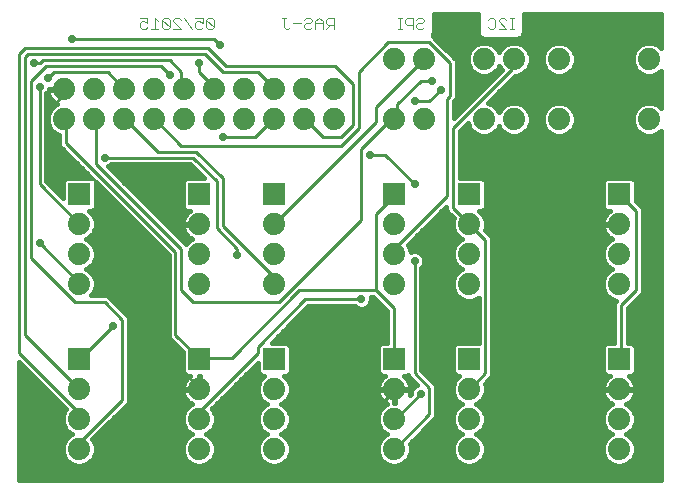
<source format=gbl>
G04 This is an RS-274x file exported by *
G04 gerbv version 2.6.1 *
G04 More information is available about gerbv at *
G04 http://gerbv.geda-project.org/ *
G04 --End of header info--*
%MOIN*%
%FSLAX34Y34*%
%IPPOS*%
G04 --Define apertures--*
%ADD10C,0.0030*%
%ADD11R,0.0740X0.0740*%
%ADD12C,0.0740*%
%ADD13C,0.0098*%
%ADD14C,0.0160*%
%ADD15C,0.0278*%
G04 --Start main section--*
G54D10*
G01X0015442Y0015757D02*
G01X0015503Y0015695D01*
G01X0015503Y0015695D02*
G01X0015627Y0015695D01*
G01X0015627Y0015695D02*
G01X0015689Y0015757D01*
G01X0015689Y0015880D02*
G01X0015565Y0015942D01*
G01X0015565Y0015942D02*
G01X0015503Y0015942D01*
G01X0015503Y0015942D02*
G01X0015442Y0015880D01*
G01X0015442Y0015880D02*
G01X0015442Y0015757D01*
G01X0015689Y0015880D02*
G01X0015689Y0016065D01*
G01X0015689Y0016065D02*
G01X0015442Y0016065D01*
G01X0015934Y0016065D02*
G01X0015934Y0015695D01*
G01X0015810Y0015695D02*
G01X0016057Y0015695D01*
G01X0016178Y0015757D02*
G01X0016240Y0015695D01*
G01X0016240Y0015695D02*
G01X0016364Y0015695D01*
G01X0016364Y0015695D02*
G01X0016425Y0015757D01*
G01X0016425Y0015757D02*
G01X0016178Y0016004D01*
G01X0016178Y0016004D02*
G01X0016178Y0015757D01*
G01X0016057Y0015942D02*
G01X0015934Y0016065D01*
G01X0016178Y0016004D02*
G01X0016240Y0016065D01*
G01X0016240Y0016065D02*
G01X0016364Y0016065D01*
G01X0016364Y0016065D02*
G01X0016425Y0016004D01*
G01X0016425Y0016004D02*
G01X0016425Y0015757D01*
G01X0016547Y0015695D02*
G01X0016794Y0015695D01*
G01X0016794Y0015695D02*
G01X0016547Y0015942D01*
G01X0016547Y0015942D02*
G01X0016547Y0016004D01*
G01X0016547Y0016004D02*
G01X0016608Y0016065D01*
G01X0016608Y0016065D02*
G01X0016732Y0016065D01*
G01X0016732Y0016065D02*
G01X0016794Y0016004D01*
G01X0016915Y0016065D02*
G01X0017162Y0015695D01*
G01X0017283Y0015757D02*
G01X0017345Y0015695D01*
G01X0017345Y0015695D02*
G01X0017469Y0015695D01*
G01X0017469Y0015695D02*
G01X0017530Y0015757D01*
G01X0017652Y0015757D02*
G01X0017713Y0015695D01*
G01X0017713Y0015695D02*
G01X0017837Y0015695D01*
G01X0017837Y0015695D02*
G01X0017899Y0015757D01*
G01X0017899Y0015757D02*
G01X0017652Y0016004D01*
G01X0017652Y0016004D02*
G01X0017652Y0015757D01*
G01X0017530Y0015880D02*
G01X0017407Y0015942D01*
G01X0017407Y0015942D02*
G01X0017345Y0015942D01*
G01X0017345Y0015942D02*
G01X0017283Y0015880D01*
G01X0017283Y0015880D02*
G01X0017283Y0015757D01*
G01X0017530Y0015880D02*
G01X0017530Y0016065D01*
G01X0017530Y0016065D02*
G01X0017283Y0016065D01*
G01X0017652Y0016004D02*
G01X0017713Y0016065D01*
G01X0017713Y0016065D02*
G01X0017837Y0016065D01*
G01X0017837Y0016065D02*
G01X0017899Y0016004D01*
G01X0017899Y0016004D02*
G01X0017899Y0015757D01*
G01X0020178Y0016065D02*
G01X0020302Y0016065D01*
G01X0020240Y0016065D02*
G01X0020240Y0015757D01*
G01X0020240Y0015757D02*
G01X0020302Y0015695D01*
G01X0020302Y0015695D02*
G01X0020364Y0015695D01*
G01X0020364Y0015695D02*
G01X0020425Y0015757D01*
G01X0020547Y0015880D02*
G01X0020794Y0015880D01*
G01X0020915Y0015818D02*
G01X0020977Y0015880D01*
G01X0020977Y0015880D02*
G01X0021100Y0015880D01*
G01X0021100Y0015880D02*
G01X0021162Y0015942D01*
G01X0021162Y0015942D02*
G01X0021162Y0016004D01*
G01X0021162Y0016004D02*
G01X0021100Y0016065D01*
G01X0021100Y0016065D02*
G01X0020977Y0016065D01*
G01X0020977Y0016065D02*
G01X0020915Y0016004D01*
G01X0020915Y0015818D02*
G01X0020915Y0015757D01*
G01X0020915Y0015757D02*
G01X0020977Y0015695D01*
G01X0020977Y0015695D02*
G01X0021100Y0015695D01*
G01X0021100Y0015695D02*
G01X0021162Y0015757D01*
G01X0021283Y0015695D02*
G01X0021283Y0015942D01*
G01X0021283Y0015942D02*
G01X0021407Y0016065D01*
G01X0021407Y0016065D02*
G01X0021530Y0015942D01*
G01X0021530Y0015942D02*
G01X0021530Y0015695D01*
G01X0021652Y0015695D02*
G01X0021775Y0015818D01*
G01X0021713Y0015818D02*
G01X0021899Y0015818D01*
G01X0021899Y0015695D02*
G01X0021899Y0016065D01*
G01X0021899Y0016065D02*
G01X0021713Y0016065D01*
G01X0021713Y0016065D02*
G01X0021652Y0016004D01*
G01X0021652Y0016004D02*
G01X0021652Y0015880D01*
G01X0021652Y0015880D02*
G01X0021713Y0015818D01*
G01X0021530Y0015880D02*
G01X0021283Y0015880D01*
G01X0024039Y0016065D02*
G01X0024162Y0016065D01*
G01X0024100Y0016065D02*
G01X0024100Y0015695D01*
G01X0024162Y0015695D02*
G01X0024039Y0015695D01*
G01X0024283Y0015880D02*
G01X0024345Y0015818D01*
G01X0024345Y0015818D02*
G01X0024530Y0015818D01*
G01X0024652Y0015818D02*
G01X0024713Y0015880D01*
G01X0024713Y0015880D02*
G01X0024837Y0015880D01*
G01X0024837Y0015880D02*
G01X0024899Y0015942D01*
G01X0024899Y0015942D02*
G01X0024899Y0016004D01*
G01X0024899Y0016004D02*
G01X0024837Y0016065D01*
G01X0024837Y0016065D02*
G01X0024713Y0016065D01*
G01X0024713Y0016065D02*
G01X0024652Y0016004D01*
G01X0024530Y0016065D02*
G01X0024530Y0015695D01*
G01X0024652Y0015757D02*
G01X0024713Y0015695D01*
G01X0024713Y0015695D02*
G01X0024837Y0015695D01*
G01X0024837Y0015695D02*
G01X0024899Y0015757D01*
G01X0024652Y0015757D02*
G01X0024652Y0015818D01*
G01X0024283Y0015880D02*
G01X0024283Y0016004D01*
G01X0024283Y0016004D02*
G01X0024345Y0016065D01*
G01X0024345Y0016065D02*
G01X0024530Y0016065D01*
G01X0027038Y0016004D02*
G01X0027100Y0016065D01*
G01X0027100Y0016065D02*
G01X0027223Y0016065D01*
G01X0027223Y0016065D02*
G01X0027285Y0016004D01*
G01X0027285Y0016004D02*
G01X0027285Y0015757D01*
G01X0027285Y0015757D02*
G01X0027223Y0015695D01*
G01X0027223Y0015695D02*
G01X0027100Y0015695D01*
G01X0027100Y0015695D02*
G01X0027038Y0015757D01*
G01X0027406Y0015695D02*
G01X0027653Y0015695D01*
G01X0027653Y0015695D02*
G01X0027406Y0015942D01*
G01X0027406Y0015942D02*
G01X0027406Y0016004D01*
G01X0027406Y0016004D02*
G01X0027468Y0016065D01*
G01X0027468Y0016065D02*
G01X0027591Y0016065D01*
G01X0027591Y0016065D02*
G01X0027653Y0016004D01*
G01X0027775Y0016065D02*
G01X0027899Y0016065D01*
G01X0027837Y0016065D02*
G01X0027837Y0015695D01*
G01X0027899Y0015695D02*
G01X0027775Y0015695D01*
G54D11*
G01X0026414Y0010180D03*
G01X0023914Y0010180D03*
G01X0019914Y0010180D03*
G01X0017414Y0010180D03*
G01X0013414Y0010180D03*
G01X0013414Y0004680D03*
G01X0017414Y0004680D03*
G01X0019914Y0004680D03*
G01X0023914Y0004680D03*
G01X0026414Y0004680D03*
G01X0031414Y0004680D03*
G01X0031414Y0010180D03*
G54D12*
G01X0031414Y0009180D03*
G01X0031414Y0008180D03*
G01X0031414Y0007180D03*
G01X0026414Y0007180D03*
G01X0026414Y0008180D03*
G01X0026414Y0009180D03*
G01X0023914Y0009180D03*
G01X0023914Y0008180D03*
G01X0023914Y0007180D03*
G01X0019914Y0007180D03*
G01X0019914Y0008180D03*
G01X0019914Y0009180D03*
G01X0017414Y0009180D03*
G01X0017414Y0008180D03*
G01X0017414Y0007180D03*
G01X0013414Y0007180D03*
G01X0013414Y0008180D03*
G01X0013414Y0009180D03*
G01X0012914Y0012680D03*
G01X0013914Y0012680D03*
G01X0014914Y0012680D03*
G01X0015914Y0012680D03*
G01X0016914Y0012680D03*
G01X0017914Y0012680D03*
G01X0018914Y0012680D03*
G01X0019914Y0012680D03*
G01X0020914Y0012680D03*
G01X0021914Y0012680D03*
G01X0023914Y0012680D03*
G01X0024914Y0012680D03*
G01X0026914Y0012680D03*
G01X0027914Y0012680D03*
G01X0029414Y0012680D03*
G01X0032414Y0012680D03*
G01X0032414Y0014680D03*
G01X0029414Y0014680D03*
G01X0027914Y0014680D03*
G01X0026914Y0014680D03*
G01X0024914Y0014680D03*
G01X0023914Y0014680D03*
G01X0021914Y0013680D03*
G01X0020914Y0013680D03*
G01X0019914Y0013680D03*
G01X0018914Y0013680D03*
G01X0017914Y0013680D03*
G01X0016914Y0013680D03*
G01X0015914Y0013680D03*
G01X0014914Y0013680D03*
G01X0013914Y0013680D03*
G01X0012914Y0013680D03*
G01X0013414Y0003680D03*
G01X0013414Y0002680D03*
G01X0013414Y0001680D03*
G01X0017414Y0001680D03*
G01X0017414Y0002680D03*
G01X0017414Y0003680D03*
G01X0019914Y0003680D03*
G01X0019914Y0002680D03*
G01X0019914Y0001680D03*
G01X0023914Y0001680D03*
G01X0023914Y0002680D03*
G01X0023914Y0003680D03*
G01X0026414Y0003680D03*
G01X0026414Y0002680D03*
G01X0026414Y0001680D03*
G01X0031414Y0001680D03*
G01X0031414Y0002680D03*
G01X0031414Y0003680D03*
G54D13*
G01X0031414Y0003680D02*
G01X0031386Y0003625D01*
G01X0031386Y0003625D02*
G01X0029122Y0003625D01*
G01X0029122Y0003625D02*
G01X0026563Y0001066D01*
G01X0026563Y0001066D02*
G01X0023709Y0001066D01*
G01X0023709Y0001066D02*
G01X0023315Y0001460D01*
G01X0023315Y0001460D02*
G01X0023315Y0003034D01*
G01X0023315Y0003034D02*
G01X0023906Y0003625D01*
G01X0023906Y0003625D02*
G01X0023914Y0003680D01*
G01X0024792Y0003527D02*
G01X0024004Y0002739D01*
G01X0024004Y0002739D02*
G01X0023914Y0002680D01*
G01X0024004Y0001755D02*
G01X0025087Y0002838D01*
G01X0025087Y0002838D02*
G01X0025087Y0003723D01*
G01X0025087Y0003723D02*
G01X0024595Y0004215D01*
G01X0024595Y0004215D02*
G01X0024595Y0007956D01*
G01X0024004Y0008251D02*
G01X0023914Y0008180D01*
G01X0024004Y0008251D02*
G01X0024004Y0008448D01*
G01X0024004Y0008448D02*
G01X0025677Y0010121D01*
G01X0025677Y0010121D02*
G01X0025677Y0013369D01*
G01X0025677Y0013369D02*
G01X0025776Y0013467D01*
G01X0025776Y0013467D02*
G01X0025776Y0014550D01*
G01X0025776Y0014550D02*
G01X0025087Y0015239D01*
G01X0025087Y0015239D02*
G01X0023709Y0015239D01*
G01X0023709Y0015239D02*
G01X0022725Y0014255D01*
G01X0022725Y0014255D02*
G01X0022725Y0012385D01*
G01X0022725Y0012385D02*
G01X0022134Y0011794D01*
G01X0022134Y0011794D02*
G01X0016819Y0011794D01*
G01X0016819Y0011794D02*
G01X0015933Y0012680D01*
G01X0015933Y0012680D02*
G01X0015914Y0012680D01*
G01X0014949Y0012680D02*
G01X0014914Y0012680D01*
G01X0014949Y0012680D02*
G01X0016032Y0011597D01*
G01X0016032Y0011597D02*
G01X0017311Y0011597D01*
G01X0017311Y0011597D02*
G01X0018197Y0010712D01*
G01X0018197Y0010712D02*
G01X0018197Y0009137D01*
G01X0018197Y0009137D02*
G01X0019870Y0007464D01*
G01X0019870Y0007464D02*
G01X0019870Y0007267D01*
G01X0019870Y0007267D02*
G01X0019914Y0007180D01*
G01X0020756Y0006971D02*
G01X0018492Y0004708D01*
G01X0018492Y0004708D02*
G01X0017508Y0004708D01*
G01X0017508Y0004708D02*
G01X0017414Y0004680D01*
G01X0017414Y0004680D02*
G01X0017410Y0004708D01*
G01X0017410Y0004708D02*
G01X0016622Y0005495D01*
G01X0016622Y0005495D02*
G01X0016622Y0008251D01*
G01X0016622Y0008251D02*
G01X0012981Y0011893D01*
G01X0012981Y0011893D02*
G01X0012981Y0012680D01*
G01X0012981Y0012680D02*
G01X0012914Y0012680D01*
G01X0012390Y0012975D02*
G01X0012390Y0012188D01*
G01X0012390Y0012188D02*
G01X0016425Y0008152D01*
G01X0016425Y0008152D02*
G01X0016425Y0004708D01*
G01X0016425Y0004708D02*
G01X0017410Y0003723D01*
G01X0017410Y0003723D02*
G01X0017414Y0003680D01*
G01X0017508Y0003034D02*
G01X0019378Y0004904D01*
G01X0019378Y0004904D02*
G01X0019378Y0005101D01*
G01X0019378Y0005101D02*
G01X0020953Y0006676D01*
G01X0020953Y0006676D02*
G01X0022823Y0006676D01*
G01X0023315Y0006971D02*
G01X0020756Y0006971D01*
G01X0020067Y0006578D02*
G01X0022823Y0009334D01*
G01X0022823Y0009334D02*
G01X0022823Y0011696D01*
G01X0022823Y0011696D02*
G01X0023807Y0012680D01*
G01X0023807Y0012680D02*
G01X0023914Y0012680D01*
G01X0023914Y0012680D02*
G01X0024004Y0012680D01*
G01X0024004Y0012680D02*
G01X0024004Y0013172D01*
G01X0024004Y0013172D02*
G01X0024792Y0013960D01*
G01X0024792Y0013960D02*
G01X0025185Y0013960D01*
G01X0025481Y0013664D02*
G01X0025087Y0013271D01*
G01X0025087Y0013271D02*
G01X0024595Y0013271D01*
G01X0023315Y0013074D02*
G01X0024890Y0014649D01*
G01X0024890Y0014649D02*
G01X0024914Y0014680D01*
G01X0022528Y0013861D02*
G01X0022528Y0012483D01*
G01X0022528Y0012483D02*
G01X0022134Y0012089D01*
G01X0022134Y0012089D02*
G01X0021544Y0012089D01*
G01X0021544Y0012089D02*
G01X0020953Y0012680D01*
G01X0020953Y0012680D02*
G01X0020914Y0012680D01*
G01X0019914Y0012680D02*
G01X0019870Y0012680D01*
G01X0019870Y0012680D02*
G01X0019280Y0012089D01*
G01X0019280Y0012089D02*
G01X0018197Y0012089D01*
G01X0017213Y0011401D02*
G01X0014260Y0011401D01*
G01X0013965Y0011204D02*
G01X0016819Y0008349D01*
G01X0016819Y0008349D02*
G01X0016819Y0006971D01*
G01X0016819Y0006971D02*
G01X0017213Y0006578D01*
G01X0017213Y0006578D02*
G01X0020067Y0006578D01*
G01X0023315Y0006971D02*
G01X0023315Y0009530D01*
G01X0023315Y0009530D02*
G01X0023906Y0010121D01*
G01X0023906Y0010121D02*
G01X0023914Y0010180D01*
G01X0024595Y0010515D02*
G01X0023610Y0011499D01*
G01X0023610Y0011499D02*
G01X0023118Y0011499D01*
G01X0023315Y0012582D02*
G01X0023315Y0013074D01*
G01X0023315Y0012582D02*
G01X0019914Y0009180D01*
G01X0018689Y0008349D02*
G01X0018000Y0009038D01*
G01X0018000Y0009038D02*
G01X0018000Y0010613D01*
G01X0018000Y0010613D02*
G01X0017213Y0011401D01*
G01X0013965Y0011204D02*
G01X0013965Y0012680D01*
G01X0013965Y0012680D02*
G01X0013914Y0012680D01*
G01X0012882Y0013467D02*
G01X0012390Y0012975D01*
G01X0012882Y0013467D02*
G01X0012882Y0013664D01*
G01X0012882Y0013664D02*
G01X0012914Y0013680D01*
G01X0012390Y0014058D02*
G01X0012587Y0014255D01*
G01X0012587Y0014255D02*
G01X0014358Y0014255D01*
G01X0014358Y0014255D02*
G01X0014851Y0013763D01*
G01X0014851Y0013763D02*
G01X0014914Y0013680D01*
G01X0016130Y0014452D02*
G01X0016425Y0014156D01*
G01X0016819Y0014255D02*
G01X0016819Y0013763D01*
G01X0016819Y0013763D02*
G01X0016914Y0013680D01*
G01X0016819Y0014255D02*
G01X0016425Y0014649D01*
G01X0016425Y0014649D02*
G01X0012193Y0014649D01*
G01X0012193Y0014649D02*
G01X0012095Y0014550D01*
G01X0012095Y0014550D02*
G01X0011898Y0014550D01*
G01X0011603Y0014747D02*
G01X0011701Y0014845D01*
G01X0011701Y0014845D02*
G01X0017606Y0014845D01*
G01X0017606Y0014845D02*
G01X0018197Y0014255D01*
G01X0018197Y0014255D02*
G01X0019378Y0014255D01*
G01X0019378Y0014255D02*
G01X0019870Y0013763D01*
G01X0019870Y0013763D02*
G01X0019914Y0013680D01*
G01X0018295Y0014452D02*
G01X0021937Y0014452D01*
G01X0021937Y0014452D02*
G01X0022528Y0013861D01*
G01X0025874Y0012385D02*
G01X0025874Y0009727D01*
G01X0025874Y0009727D02*
G01X0026366Y0009235D01*
G01X0026366Y0009235D02*
G01X0026414Y0009180D01*
G01X0026414Y0009180D02*
G01X0026465Y0009137D01*
G01X0026465Y0009137D02*
G01X0026957Y0008645D01*
G01X0026957Y0008645D02*
G01X0026957Y0004215D01*
G01X0026957Y0004215D02*
G01X0026465Y0003723D01*
G01X0026465Y0003723D02*
G01X0026414Y0003680D01*
G01X0023914Y0004680D02*
G01X0023906Y0004708D01*
G01X0023906Y0004708D02*
G01X0023906Y0006381D01*
G01X0023906Y0006381D02*
G01X0023315Y0006971D01*
G01X0018689Y0008152D02*
G01X0018689Y0008349D01*
G01X0014851Y0005987D02*
G01X0014260Y0006578D01*
G01X0014260Y0006578D02*
G01X0013276Y0006578D01*
G01X0013276Y0006578D02*
G01X0011799Y0008054D01*
G01X0011799Y0008054D02*
G01X0011799Y0013960D01*
G01X0011799Y0013960D02*
G01X0012292Y0014452D01*
G01X0012292Y0014452D02*
G01X0016130Y0014452D01*
G01X0017410Y0014550D02*
G01X0017410Y0014255D01*
G01X0017410Y0014255D02*
G01X0017902Y0013763D01*
G01X0017902Y0013763D02*
G01X0017914Y0013680D01*
G01X0018295Y0014452D02*
G01X0017705Y0015042D01*
G01X0017705Y0015042D02*
G01X0011603Y0015042D01*
G01X0011603Y0015042D02*
G01X0011406Y0014845D01*
G01X0011406Y0014845D02*
G01X0011406Y0004904D01*
G01X0011406Y0004904D02*
G01X0013374Y0002936D01*
G01X0013374Y0002936D02*
G01X0013374Y0002739D01*
G01X0013374Y0002739D02*
G01X0013414Y0002680D01*
G01X0013473Y0001952D02*
G01X0014851Y0003330D01*
G01X0014851Y0003330D02*
G01X0014851Y0005987D01*
G01X0014555Y0005790D02*
G01X0013473Y0004708D01*
G01X0013473Y0004708D02*
G01X0013414Y0004680D01*
G01X0013374Y0003723D02*
G01X0011603Y0005495D01*
G01X0011603Y0005495D02*
G01X0011603Y0014747D01*
G01X0013177Y0015338D02*
G01X0017902Y0015338D01*
G01X0017902Y0015338D02*
G01X0018099Y0015141D01*
G01X0012095Y0013763D02*
G01X0012095Y0010515D01*
G01X0012095Y0010515D02*
G01X0013374Y0009235D01*
G01X0013374Y0009235D02*
G01X0013414Y0009180D01*
G01X0012095Y0008546D02*
G01X0013374Y0007267D01*
G01X0013374Y0007267D02*
G01X0013414Y0007180D01*
G01X0013374Y0003723D02*
G01X0013414Y0003680D01*
G01X0013473Y0001952D02*
G01X0013473Y0001755D01*
G01X0013473Y0001755D02*
G01X0013414Y0001680D01*
G01X0017414Y0002680D02*
G01X0017508Y0002739D01*
G01X0017508Y0002739D02*
G01X0017508Y0003034D01*
G01X0023914Y0001680D02*
G01X0024004Y0001755D01*
G01X0031414Y0004680D02*
G01X0031484Y0004708D01*
G01X0031484Y0004708D02*
G01X0031484Y0006479D01*
G01X0031484Y0006479D02*
G01X0031977Y0006971D01*
G01X0031977Y0006971D02*
G01X0031977Y0009629D01*
G01X0031977Y0009629D02*
G01X0031484Y0010121D01*
G01X0031484Y0010121D02*
G01X0031414Y0010180D01*
G01X0027843Y0014353D02*
G01X0025874Y0012385D01*
G01X0027843Y0014353D02*
G01X0027843Y0014649D01*
G01X0027843Y0014649D02*
G01X0027914Y0014680D01*
G54D14*
G01X0011394Y0004595D02*
G01X0011394Y0000660D01*
G01X0011394Y0000660D02*
G01X0032804Y0000660D01*
G01X0032804Y0000660D02*
G01X0032804Y0012295D01*
G01X0032804Y0012295D02*
G01X0032724Y0012215D01*
G01X0032724Y0012215D02*
G01X0032523Y0012132D01*
G01X0032523Y0012132D02*
G01X0032304Y0012132D01*
G01X0032304Y0012132D02*
G01X0032103Y0012215D01*
G01X0032103Y0012215D02*
G01X0031949Y0012369D01*
G01X0031949Y0012369D02*
G01X0031865Y0012571D01*
G01X0031865Y0012571D02*
G01X0031865Y0012789D01*
G01X0031865Y0012789D02*
G01X0031949Y0012991D01*
G01X0031949Y0012991D02*
G01X0032103Y0013145D01*
G01X0032103Y0013145D02*
G01X0032304Y0013228D01*
G01X0032304Y0013228D02*
G01X0032523Y0013228D01*
G01X0032523Y0013228D02*
G01X0032724Y0013145D01*
G01X0032724Y0013145D02*
G01X0032804Y0013066D01*
G01X0032804Y0013066D02*
G01X0032804Y0014295D01*
G01X0032804Y0014295D02*
G01X0032724Y0014215D01*
G01X0032724Y0014215D02*
G01X0032523Y0014132D01*
G01X0032523Y0014132D02*
G01X0032304Y0014132D01*
G01X0032304Y0014132D02*
G01X0032103Y0014215D01*
G01X0032103Y0014215D02*
G01X0031949Y0014369D01*
G01X0031949Y0014369D02*
G01X0031865Y0014571D01*
G01X0031865Y0014571D02*
G01X0031865Y0014789D01*
G01X0031865Y0014789D02*
G01X0031949Y0014991D01*
G01X0031949Y0014991D02*
G01X0032103Y0015145D01*
G01X0032103Y0015145D02*
G01X0032304Y0015228D01*
G01X0032304Y0015228D02*
G01X0032523Y0015228D01*
G01X0032523Y0015228D02*
G01X0032724Y0015145D01*
G01X0032724Y0015145D02*
G01X0032804Y0015066D01*
G01X0032804Y0015066D02*
G01X0032804Y0016196D01*
G01X0032804Y0016196D02*
G01X0028225Y0016196D01*
G01X0028225Y0016196D02*
G01X0028225Y0015535D01*
G01X0028225Y0015535D02*
G01X0028222Y0015512D01*
G01X0028222Y0015512D02*
G01X0028216Y0015489D01*
G01X0028216Y0015489D02*
G01X0028207Y0015468D01*
G01X0028207Y0015468D02*
G01X0028196Y0015447D01*
G01X0028196Y0015447D02*
G01X0028181Y0015429D01*
G01X0028181Y0015429D02*
G01X0028165Y0015412D01*
G01X0028165Y0015412D02*
G01X0028146Y0015398D01*
G01X0028146Y0015398D02*
G01X0028126Y0015386D01*
G01X0028126Y0015386D02*
G01X0028104Y0015377D01*
G01X0028104Y0015377D02*
G01X0028082Y0015371D01*
G01X0028082Y0015371D02*
G01X0028059Y0015368D01*
G01X0028059Y0015368D02*
G01X0026876Y0015368D01*
G01X0026876Y0015368D02*
G01X0026853Y0015371D01*
G01X0026853Y0015371D02*
G01X0026830Y0015377D01*
G01X0026830Y0015377D02*
G01X0026809Y0015386D01*
G01X0026809Y0015386D02*
G01X0026788Y0015398D01*
G01X0026788Y0015398D02*
G01X0026770Y0015412D01*
G01X0026770Y0015412D02*
G01X0026753Y0015429D01*
G01X0026753Y0015429D02*
G01X0026739Y0015447D01*
G01X0026739Y0015447D02*
G01X0026727Y0015468D01*
G01X0026727Y0015468D02*
G01X0026718Y0015489D01*
G01X0026718Y0015489D02*
G01X0026712Y0015512D01*
G01X0026712Y0015512D02*
G01X0026709Y0015535D01*
G01X0026709Y0015535D02*
G01X0026709Y0016196D01*
G01X0026709Y0016196D02*
G01X0025225Y0016196D01*
G01X0025225Y0016196D02*
G01X0025225Y0015535D01*
G01X0025225Y0015535D02*
G01X0025222Y0015512D01*
G01X0025222Y0015512D02*
G01X0025216Y0015489D01*
G01X0025216Y0015489D02*
G01X0025207Y0015468D01*
G01X0025207Y0015468D02*
G01X0025197Y0015450D01*
G01X0025197Y0015450D02*
G01X0025314Y0015333D01*
G01X0025314Y0015333D02*
G01X0026003Y0014644D01*
G01X0026003Y0014644D02*
G01X0026003Y0013373D01*
G01X0026003Y0013373D02*
G01X0025905Y0013275D01*
G01X0025905Y0013275D02*
G01X0025905Y0012737D01*
G01X0025905Y0012737D02*
G01X0027493Y0014325D01*
G01X0027493Y0014325D02*
G01X0027449Y0014369D01*
G01X0027449Y0014369D02*
G01X0027414Y0014454D01*
G01X0027414Y0014454D02*
G01X0027379Y0014369D01*
G01X0027379Y0014369D02*
G01X0027224Y0014215D01*
G01X0027224Y0014215D02*
G01X0027023Y0014132D01*
G01X0027023Y0014132D02*
G01X0026804Y0014132D01*
G01X0026804Y0014132D02*
G01X0026603Y0014215D01*
G01X0026603Y0014215D02*
G01X0026449Y0014369D01*
G01X0026449Y0014369D02*
G01X0026365Y0014571D01*
G01X0026365Y0014571D02*
G01X0026365Y0014789D01*
G01X0026365Y0014789D02*
G01X0026449Y0014991D01*
G01X0026449Y0014991D02*
G01X0026603Y0015145D01*
G01X0026603Y0015145D02*
G01X0026804Y0015228D01*
G01X0026804Y0015228D02*
G01X0027023Y0015228D01*
G01X0027023Y0015228D02*
G01X0027224Y0015145D01*
G01X0027224Y0015145D02*
G01X0027379Y0014991D01*
G01X0027379Y0014991D02*
G01X0027414Y0014906D01*
G01X0027414Y0014906D02*
G01X0027449Y0014991D01*
G01X0027449Y0014991D02*
G01X0027603Y0015145D01*
G01X0027603Y0015145D02*
G01X0027804Y0015228D01*
G01X0027804Y0015228D02*
G01X0028023Y0015228D01*
G01X0028023Y0015228D02*
G01X0028224Y0015145D01*
G01X0028224Y0015145D02*
G01X0028379Y0014991D01*
G01X0028379Y0014991D02*
G01X0028462Y0014789D01*
G01X0028462Y0014789D02*
G01X0028462Y0014571D01*
G01X0028462Y0014571D02*
G01X0028379Y0014369D01*
G01X0028379Y0014369D02*
G01X0028224Y0014215D01*
G01X0028224Y0014215D02*
G01X0028023Y0014132D01*
G01X0028023Y0014132D02*
G01X0027943Y0014132D01*
G01X0027943Y0014132D02*
G01X0027035Y0013223D01*
G01X0027035Y0013223D02*
G01X0027224Y0013145D01*
G01X0027224Y0013145D02*
G01X0027379Y0012991D01*
G01X0027379Y0012991D02*
G01X0027414Y0012906D01*
G01X0027414Y0012906D02*
G01X0027449Y0012991D01*
G01X0027449Y0012991D02*
G01X0027603Y0013145D01*
G01X0027603Y0013145D02*
G01X0027804Y0013228D01*
G01X0027804Y0013228D02*
G01X0028023Y0013228D01*
G01X0028023Y0013228D02*
G01X0028224Y0013145D01*
G01X0028224Y0013145D02*
G01X0028379Y0012991D01*
G01X0028379Y0012991D02*
G01X0028462Y0012789D01*
G01X0028462Y0012789D02*
G01X0028462Y0012571D01*
G01X0028462Y0012571D02*
G01X0028379Y0012369D01*
G01X0028379Y0012369D02*
G01X0028224Y0012215D01*
G01X0028224Y0012215D02*
G01X0028023Y0012132D01*
G01X0028023Y0012132D02*
G01X0027804Y0012132D01*
G01X0027804Y0012132D02*
G01X0027603Y0012215D01*
G01X0027603Y0012215D02*
G01X0027449Y0012369D01*
G01X0027449Y0012369D02*
G01X0027414Y0012454D01*
G01X0027414Y0012454D02*
G01X0027379Y0012369D01*
G01X0027379Y0012369D02*
G01X0027224Y0012215D01*
G01X0027224Y0012215D02*
G01X0027023Y0012132D01*
G01X0027023Y0012132D02*
G01X0026804Y0012132D01*
G01X0026804Y0012132D02*
G01X0026603Y0012215D01*
G01X0026603Y0012215D02*
G01X0026449Y0012369D01*
G01X0026449Y0012369D02*
G01X0026370Y0012559D01*
G01X0026370Y0012559D02*
G01X0026102Y0012290D01*
G01X0026102Y0012290D02*
G01X0026102Y0010728D01*
G01X0026102Y0010728D02*
G01X0026857Y0010728D01*
G01X0026857Y0010728D02*
G01X0026962Y0010624D01*
G01X0026962Y0010624D02*
G01X0026962Y0009736D01*
G01X0026962Y0009736D02*
G01X0026857Y0009632D01*
G01X0026857Y0009632D02*
G01X0026738Y0009632D01*
G01X0026738Y0009632D02*
G01X0026879Y0009491D01*
G01X0026879Y0009491D02*
G01X0026962Y0009289D01*
G01X0026962Y0009289D02*
G01X0026962Y0009071D01*
G01X0026962Y0009071D02*
G01X0026930Y0008994D01*
G01X0026930Y0008994D02*
G01X0027184Y0008739D01*
G01X0027184Y0008739D02*
G01X0027184Y0004121D01*
G01X0027184Y0004121D02*
G01X0027051Y0003988D01*
G01X0027051Y0003988D02*
G01X0026930Y0003867D01*
G01X0026930Y0003867D02*
G01X0026962Y0003789D01*
G01X0026962Y0003789D02*
G01X0026962Y0003571D01*
G01X0026962Y0003571D02*
G01X0026879Y0003369D01*
G01X0026879Y0003369D02*
G01X0026724Y0003215D01*
G01X0026724Y0003215D02*
G01X0026640Y0003180D01*
G01X0026640Y0003180D02*
G01X0026724Y0003145D01*
G01X0026724Y0003145D02*
G01X0026879Y0002991D01*
G01X0026879Y0002991D02*
G01X0026962Y0002789D01*
G01X0026962Y0002789D02*
G01X0026962Y0002571D01*
G01X0026962Y0002571D02*
G01X0026879Y0002369D01*
G01X0026879Y0002369D02*
G01X0026724Y0002215D01*
G01X0026724Y0002215D02*
G01X0026640Y0002180D01*
G01X0026640Y0002180D02*
G01X0026724Y0002145D01*
G01X0026724Y0002145D02*
G01X0026879Y0001991D01*
G01X0026879Y0001991D02*
G01X0026962Y0001789D01*
G01X0026962Y0001789D02*
G01X0026962Y0001571D01*
G01X0026962Y0001571D02*
G01X0026879Y0001369D01*
G01X0026879Y0001369D02*
G01X0026724Y0001215D01*
G01X0026724Y0001215D02*
G01X0026523Y0001132D01*
G01X0026523Y0001132D02*
G01X0026304Y0001132D01*
G01X0026304Y0001132D02*
G01X0026103Y0001215D01*
G01X0026103Y0001215D02*
G01X0025949Y0001369D01*
G01X0025949Y0001369D02*
G01X0025865Y0001571D01*
G01X0025865Y0001571D02*
G01X0025865Y0001789D01*
G01X0025865Y0001789D02*
G01X0025949Y0001991D01*
G01X0025949Y0001991D02*
G01X0026103Y0002145D01*
G01X0026103Y0002145D02*
G01X0026188Y0002180D01*
G01X0026188Y0002180D02*
G01X0026103Y0002215D01*
G01X0026103Y0002215D02*
G01X0025949Y0002369D01*
G01X0025949Y0002369D02*
G01X0025865Y0002571D01*
G01X0025865Y0002571D02*
G01X0025865Y0002789D01*
G01X0025865Y0002789D02*
G01X0025949Y0002991D01*
G01X0025949Y0002991D02*
G01X0026103Y0003145D01*
G01X0026103Y0003145D02*
G01X0026188Y0003180D01*
G01X0026188Y0003180D02*
G01X0026103Y0003215D01*
G01X0026103Y0003215D02*
G01X0025949Y0003369D01*
G01X0025949Y0003369D02*
G01X0025865Y0003571D01*
G01X0025865Y0003571D02*
G01X0025865Y0003789D01*
G01X0025865Y0003789D02*
G01X0025949Y0003991D01*
G01X0025949Y0003991D02*
G01X0026090Y0004132D01*
G01X0026090Y0004132D02*
G01X0025970Y0004132D01*
G01X0025970Y0004132D02*
G01X0025865Y0004236D01*
G01X0025865Y0004236D02*
G01X0025865Y0005124D01*
G01X0025865Y0005124D02*
G01X0025970Y0005228D01*
G01X0025970Y0005228D02*
G01X0026729Y0005228D01*
G01X0026729Y0005228D02*
G01X0026729Y0006720D01*
G01X0026729Y0006720D02*
G01X0026724Y0006715D01*
G01X0026724Y0006715D02*
G01X0026523Y0006632D01*
G01X0026523Y0006632D02*
G01X0026304Y0006632D01*
G01X0026304Y0006632D02*
G01X0026103Y0006715D01*
G01X0026103Y0006715D02*
G01X0025949Y0006869D01*
G01X0025949Y0006869D02*
G01X0025865Y0007071D01*
G01X0025865Y0007071D02*
G01X0025865Y0007289D01*
G01X0025865Y0007289D02*
G01X0025949Y0007491D01*
G01X0025949Y0007491D02*
G01X0026103Y0007645D01*
G01X0026103Y0007645D02*
G01X0026188Y0007680D01*
G01X0026188Y0007680D02*
G01X0026103Y0007715D01*
G01X0026103Y0007715D02*
G01X0025949Y0007869D01*
G01X0025949Y0007869D02*
G01X0025865Y0008071D01*
G01X0025865Y0008071D02*
G01X0025865Y0008289D01*
G01X0025865Y0008289D02*
G01X0025949Y0008491D01*
G01X0025949Y0008491D02*
G01X0026103Y0008645D01*
G01X0026103Y0008645D02*
G01X0026188Y0008680D01*
G01X0026188Y0008680D02*
G01X0026103Y0008715D01*
G01X0026103Y0008715D02*
G01X0025949Y0008869D01*
G01X0025949Y0008869D02*
G01X0025865Y0009071D01*
G01X0025865Y0009071D02*
G01X0025865Y0009289D01*
G01X0025865Y0009289D02*
G01X0025902Y0009378D01*
G01X0025902Y0009378D02*
G01X0025647Y0009633D01*
G01X0025647Y0009633D02*
G01X0025647Y0009768D01*
G01X0025647Y0009768D02*
G01X0024374Y0008495D01*
G01X0024374Y0008495D02*
G01X0024379Y0008491D01*
G01X0024379Y0008491D02*
G01X0024462Y0008289D01*
G01X0024462Y0008289D02*
G01X0024462Y0008244D01*
G01X0024462Y0008244D02*
G01X0024532Y0008273D01*
G01X0024532Y0008273D02*
G01X0024658Y0008273D01*
G01X0024658Y0008273D02*
G01X0024775Y0008225D01*
G01X0024775Y0008225D02*
G01X0024864Y0008135D01*
G01X0024864Y0008135D02*
G01X0024912Y0008019D01*
G01X0024912Y0008019D02*
G01X0024912Y0007892D01*
G01X0024912Y0007892D02*
G01X0024864Y0007776D01*
G01X0024864Y0007776D02*
G01X0024822Y0007734D01*
G01X0024822Y0007734D02*
G01X0024822Y0004310D01*
G01X0024822Y0004310D02*
G01X0025181Y0003951D01*
G01X0025181Y0003951D02*
G01X0025314Y0003818D01*
G01X0025314Y0003818D02*
G01X0025314Y0002743D01*
G01X0025314Y0002743D02*
G01X0024432Y0001861D01*
G01X0024432Y0001861D02*
G01X0024462Y0001789D01*
G01X0024462Y0001789D02*
G01X0024462Y0001571D01*
G01X0024462Y0001571D02*
G01X0024379Y0001369D01*
G01X0024379Y0001369D02*
G01X0024224Y0001215D01*
G01X0024224Y0001215D02*
G01X0024023Y0001132D01*
G01X0024023Y0001132D02*
G01X0023804Y0001132D01*
G01X0023804Y0001132D02*
G01X0023603Y0001215D01*
G01X0023603Y0001215D02*
G01X0023449Y0001369D01*
G01X0023449Y0001369D02*
G01X0023365Y0001571D01*
G01X0023365Y0001571D02*
G01X0023365Y0001789D01*
G01X0023365Y0001789D02*
G01X0023449Y0001991D01*
G01X0023449Y0001991D02*
G01X0023603Y0002145D01*
G01X0023603Y0002145D02*
G01X0023688Y0002180D01*
G01X0023688Y0002180D02*
G01X0023603Y0002215D01*
G01X0023603Y0002215D02*
G01X0023449Y0002369D01*
G01X0023449Y0002369D02*
G01X0023365Y0002571D01*
G01X0023365Y0002571D02*
G01X0023365Y0002789D01*
G01X0023365Y0002789D02*
G01X0023449Y0002991D01*
G01X0023449Y0002991D02*
G01X0023603Y0003145D01*
G01X0023603Y0003145D02*
G01X0023685Y0003179D01*
G01X0023685Y0003179D02*
G01X0023625Y0003210D01*
G01X0023625Y0003210D02*
G01X0023555Y0003261D01*
G01X0023555Y0003261D02*
G01X0023494Y0003322D01*
G01X0023494Y0003322D02*
G01X0023443Y0003392D01*
G01X0023443Y0003392D02*
G01X0023404Y0003469D01*
G01X0023404Y0003469D02*
G01X0023377Y0003551D01*
G01X0023377Y0003551D02*
G01X0023364Y0003637D01*
G01X0023364Y0003637D02*
G01X0023364Y0003660D01*
G01X0023364Y0003660D02*
G01X0023894Y0003660D01*
G01X0023894Y0003660D02*
G01X0023894Y0003700D01*
G01X0023894Y0003700D02*
G01X0023364Y0003700D01*
G01X0023364Y0003700D02*
G01X0023364Y0003723D01*
G01X0023364Y0003723D02*
G01X0023377Y0003809D01*
G01X0023377Y0003809D02*
G01X0023404Y0003891D01*
G01X0023404Y0003891D02*
G01X0023443Y0003968D01*
G01X0023443Y0003968D02*
G01X0023494Y0004038D01*
G01X0023494Y0004038D02*
G01X0023555Y0004100D01*
G01X0023555Y0004100D02*
G01X0023599Y0004132D01*
G01X0023599Y0004132D02*
G01X0023470Y0004132D01*
G01X0023470Y0004132D02*
G01X0023365Y0004236D01*
G01X0023365Y0004236D02*
G01X0023365Y0005124D01*
G01X0023365Y0005124D02*
G01X0023470Y0005228D01*
G01X0023470Y0005228D02*
G01X0023678Y0005228D01*
G01X0023678Y0005228D02*
G01X0023678Y0006287D01*
G01X0023678Y0006287D02*
G01X0023221Y0006744D01*
G01X0023221Y0006744D02*
G01X0023139Y0006744D01*
G01X0023139Y0006744D02*
G01X0023141Y0006739D01*
G01X0023141Y0006739D02*
G01X0023141Y0006613D01*
G01X0023141Y0006613D02*
G01X0023092Y0006496D01*
G01X0023092Y0006496D02*
G01X0023003Y0006407D01*
G01X0023003Y0006407D02*
G01X0022886Y0006359D01*
G01X0022886Y0006359D02*
G01X0022760Y0006359D01*
G01X0022760Y0006359D02*
G01X0022643Y0006407D01*
G01X0022643Y0006407D02*
G01X0022602Y0006448D01*
G01X0022602Y0006448D02*
G01X0021047Y0006448D01*
G01X0021047Y0006448D02*
G01X0019827Y0005228D01*
G01X0019827Y0005228D02*
G01X0020357Y0005228D01*
G01X0020357Y0005228D02*
G01X0020462Y0005124D01*
G01X0020462Y0005124D02*
G01X0020462Y0004236D01*
G01X0020462Y0004236D02*
G01X0020357Y0004132D01*
G01X0020357Y0004132D02*
G01X0020238Y0004132D01*
G01X0020238Y0004132D02*
G01X0020379Y0003991D01*
G01X0020379Y0003991D02*
G01X0020462Y0003789D01*
G01X0020462Y0003789D02*
G01X0020462Y0003571D01*
G01X0020462Y0003571D02*
G01X0020379Y0003369D01*
G01X0020379Y0003369D02*
G01X0020224Y0003215D01*
G01X0020224Y0003215D02*
G01X0020140Y0003180D01*
G01X0020140Y0003180D02*
G01X0020224Y0003145D01*
G01X0020224Y0003145D02*
G01X0020379Y0002991D01*
G01X0020379Y0002991D02*
G01X0020462Y0002789D01*
G01X0020462Y0002789D02*
G01X0020462Y0002571D01*
G01X0020462Y0002571D02*
G01X0020379Y0002369D01*
G01X0020379Y0002369D02*
G01X0020224Y0002215D01*
G01X0020224Y0002215D02*
G01X0020140Y0002180D01*
G01X0020140Y0002180D02*
G01X0020224Y0002145D01*
G01X0020224Y0002145D02*
G01X0020379Y0001991D01*
G01X0020379Y0001991D02*
G01X0020462Y0001789D01*
G01X0020462Y0001789D02*
G01X0020462Y0001571D01*
G01X0020462Y0001571D02*
G01X0020379Y0001369D01*
G01X0020379Y0001369D02*
G01X0020224Y0001215D01*
G01X0020224Y0001215D02*
G01X0020023Y0001132D01*
G01X0020023Y0001132D02*
G01X0019804Y0001132D01*
G01X0019804Y0001132D02*
G01X0019603Y0001215D01*
G01X0019603Y0001215D02*
G01X0019449Y0001369D01*
G01X0019449Y0001369D02*
G01X0019365Y0001571D01*
G01X0019365Y0001571D02*
G01X0019365Y0001789D01*
G01X0019365Y0001789D02*
G01X0019449Y0001991D01*
G01X0019449Y0001991D02*
G01X0019603Y0002145D01*
G01X0019603Y0002145D02*
G01X0019688Y0002180D01*
G01X0019688Y0002180D02*
G01X0019603Y0002215D01*
G01X0019603Y0002215D02*
G01X0019449Y0002369D01*
G01X0019449Y0002369D02*
G01X0019365Y0002571D01*
G01X0019365Y0002571D02*
G01X0019365Y0002789D01*
G01X0019365Y0002789D02*
G01X0019449Y0002991D01*
G01X0019449Y0002991D02*
G01X0019603Y0003145D01*
G01X0019603Y0003145D02*
G01X0019688Y0003180D01*
G01X0019688Y0003180D02*
G01X0019603Y0003215D01*
G01X0019603Y0003215D02*
G01X0019449Y0003369D01*
G01X0019449Y0003369D02*
G01X0019365Y0003571D01*
G01X0019365Y0003571D02*
G01X0019365Y0003789D01*
G01X0019365Y0003789D02*
G01X0019449Y0003991D01*
G01X0019449Y0003991D02*
G01X0019590Y0004132D01*
G01X0019590Y0004132D02*
G01X0019470Y0004132D01*
G01X0019470Y0004132D02*
G01X0019365Y0004236D01*
G01X0019365Y0004236D02*
G01X0019365Y0004570D01*
G01X0019365Y0004570D02*
G01X0017832Y0003037D01*
G01X0017832Y0003037D02*
G01X0017879Y0002991D01*
G01X0017879Y0002991D02*
G01X0017962Y0002789D01*
G01X0017962Y0002789D02*
G01X0017962Y0002571D01*
G01X0017962Y0002571D02*
G01X0017879Y0002369D01*
G01X0017879Y0002369D02*
G01X0017724Y0002215D01*
G01X0017724Y0002215D02*
G01X0017640Y0002180D01*
G01X0017640Y0002180D02*
G01X0017724Y0002145D01*
G01X0017724Y0002145D02*
G01X0017879Y0001991D01*
G01X0017879Y0001991D02*
G01X0017962Y0001789D01*
G01X0017962Y0001789D02*
G01X0017962Y0001571D01*
G01X0017962Y0001571D02*
G01X0017879Y0001369D01*
G01X0017879Y0001369D02*
G01X0017724Y0001215D01*
G01X0017724Y0001215D02*
G01X0017523Y0001132D01*
G01X0017523Y0001132D02*
G01X0017304Y0001132D01*
G01X0017304Y0001132D02*
G01X0017103Y0001215D01*
G01X0017103Y0001215D02*
G01X0016949Y0001369D01*
G01X0016949Y0001369D02*
G01X0016865Y0001571D01*
G01X0016865Y0001571D02*
G01X0016865Y0001789D01*
G01X0016865Y0001789D02*
G01X0016949Y0001991D01*
G01X0016949Y0001991D02*
G01X0017103Y0002145D01*
G01X0017103Y0002145D02*
G01X0017188Y0002180D01*
G01X0017188Y0002180D02*
G01X0017103Y0002215D01*
G01X0017103Y0002215D02*
G01X0016949Y0002369D01*
G01X0016949Y0002369D02*
G01X0016865Y0002571D01*
G01X0016865Y0002571D02*
G01X0016865Y0002789D01*
G01X0016865Y0002789D02*
G01X0016949Y0002991D01*
G01X0016949Y0002991D02*
G01X0017103Y0003145D01*
G01X0017103Y0003145D02*
G01X0017185Y0003179D01*
G01X0017185Y0003179D02*
G01X0017125Y0003210D01*
G01X0017125Y0003210D02*
G01X0017055Y0003261D01*
G01X0017055Y0003261D02*
G01X0016994Y0003322D01*
G01X0016994Y0003322D02*
G01X0016943Y0003392D01*
G01X0016943Y0003392D02*
G01X0016904Y0003469D01*
G01X0016904Y0003469D02*
G01X0016877Y0003551D01*
G01X0016877Y0003551D02*
G01X0016864Y0003637D01*
G01X0016864Y0003637D02*
G01X0016864Y0003660D01*
G01X0016864Y0003660D02*
G01X0017394Y0003660D01*
G01X0017394Y0003660D02*
G01X0017394Y0003700D01*
G01X0017394Y0003700D02*
G01X0016864Y0003700D01*
G01X0016864Y0003700D02*
G01X0016864Y0003723D01*
G01X0016864Y0003723D02*
G01X0016877Y0003809D01*
G01X0016877Y0003809D02*
G01X0016904Y0003891D01*
G01X0016904Y0003891D02*
G01X0016943Y0003968D01*
G01X0016943Y0003968D02*
G01X0016994Y0004038D01*
G01X0016994Y0004038D02*
G01X0017055Y0004100D01*
G01X0017055Y0004100D02*
G01X0017099Y0004132D01*
G01X0017099Y0004132D02*
G01X0016970Y0004132D01*
G01X0016970Y0004132D02*
G01X0016865Y0004236D01*
G01X0016865Y0004236D02*
G01X0016865Y0004930D01*
G01X0016865Y0004930D02*
G01X0016395Y0005401D01*
G01X0016395Y0005401D02*
G01X0016395Y0008157D01*
G01X0016395Y0008157D02*
G01X0013962Y0010589D01*
G01X0013962Y0010589D02*
G01X0013962Y0009736D01*
G01X0013962Y0009736D02*
G01X0013857Y0009632D01*
G01X0013857Y0009632D02*
G01X0013738Y0009632D01*
G01X0013738Y0009632D02*
G01X0013879Y0009491D01*
G01X0013879Y0009491D02*
G01X0013962Y0009289D01*
G01X0013962Y0009289D02*
G01X0013962Y0009071D01*
G01X0013962Y0009071D02*
G01X0013879Y0008869D01*
G01X0013879Y0008869D02*
G01X0013724Y0008715D01*
G01X0013724Y0008715D02*
G01X0013640Y0008680D01*
G01X0013640Y0008680D02*
G01X0013724Y0008645D01*
G01X0013724Y0008645D02*
G01X0013879Y0008491D01*
G01X0013879Y0008491D02*
G01X0013962Y0008289D01*
G01X0013962Y0008289D02*
G01X0013962Y0008071D01*
G01X0013962Y0008071D02*
G01X0013879Y0007869D01*
G01X0013879Y0007869D02*
G01X0013724Y0007715D01*
G01X0013724Y0007715D02*
G01X0013640Y0007680D01*
G01X0013640Y0007680D02*
G01X0013724Y0007645D01*
G01X0013724Y0007645D02*
G01X0013879Y0007491D01*
G01X0013879Y0007491D02*
G01X0013962Y0007289D01*
G01X0013962Y0007289D02*
G01X0013962Y0007071D01*
G01X0013962Y0007071D02*
G01X0013879Y0006869D01*
G01X0013879Y0006869D02*
G01X0013814Y0006805D01*
G01X0013814Y0006805D02*
G01X0014354Y0006805D01*
G01X0014354Y0006805D02*
G01X0014488Y0006672D01*
G01X0014488Y0006672D02*
G01X0015078Y0006081D01*
G01X0015078Y0006081D02*
G01X0015078Y0003235D01*
G01X0015078Y0003235D02*
G01X0014945Y0003102D01*
G01X0014945Y0003102D02*
G01X0013856Y0002013D01*
G01X0013856Y0002013D02*
G01X0013879Y0001991D01*
G01X0013879Y0001991D02*
G01X0013962Y0001789D01*
G01X0013962Y0001789D02*
G01X0013962Y0001571D01*
G01X0013962Y0001571D02*
G01X0013879Y0001369D01*
G01X0013879Y0001369D02*
G01X0013724Y0001215D01*
G01X0013724Y0001215D02*
G01X0013523Y0001132D01*
G01X0013523Y0001132D02*
G01X0013304Y0001132D01*
G01X0013304Y0001132D02*
G01X0013103Y0001215D01*
G01X0013103Y0001215D02*
G01X0012949Y0001369D01*
G01X0012949Y0001369D02*
G01X0012865Y0001571D01*
G01X0012865Y0001571D02*
G01X0012865Y0001789D01*
G01X0012865Y0001789D02*
G01X0012949Y0001991D01*
G01X0012949Y0001991D02*
G01X0013103Y0002145D01*
G01X0013103Y0002145D02*
G01X0013188Y0002180D01*
G01X0013188Y0002180D02*
G01X0013103Y0002215D01*
G01X0013103Y0002215D02*
G01X0012949Y0002369D01*
G01X0012949Y0002369D02*
G01X0012865Y0002571D01*
G01X0012865Y0002571D02*
G01X0012865Y0002789D01*
G01X0012865Y0002789D02*
G01X0012949Y0002991D01*
G01X0012949Y0002991D02*
G01X0012973Y0003015D01*
G01X0012973Y0003015D02*
G01X0011394Y0004595D01*
G01X0011394Y0004496D02*
G01X0011492Y0004496D01*
G01X0011394Y0004336D02*
G01X0011652Y0004336D01*
G01X0011812Y0004176D02*
G01X0011394Y0004176D01*
G01X0011394Y0004016D02*
G01X0011972Y0004016D01*
G01X0012132Y0003857D02*
G01X0011394Y0003857D01*
G01X0011394Y0003697D02*
G01X0012291Y0003697D01*
G01X0012451Y0003537D02*
G01X0011394Y0003537D01*
G01X0011394Y0003377D02*
G01X0012611Y0003377D01*
G01X0012771Y0003217D02*
G01X0011394Y0003217D01*
G01X0011394Y0003057D02*
G01X0012931Y0003057D01*
G01X0012910Y0002898D02*
G01X0011394Y0002898D01*
G01X0011394Y0002738D02*
G01X0012865Y0002738D01*
G01X0012865Y0002578D02*
G01X0011394Y0002578D01*
G01X0011394Y0002418D02*
G01X0012929Y0002418D01*
G01X0013060Y0002258D02*
G01X0011394Y0002258D01*
G01X0011394Y0002098D02*
G01X0013056Y0002098D01*
G01X0012927Y0001938D02*
G01X0011394Y0001938D01*
G01X0011394Y0001779D02*
G01X0012865Y0001779D01*
G01X0012865Y0001619D02*
G01X0011394Y0001619D01*
G01X0011394Y0001459D02*
G01X0012912Y0001459D01*
G01X0013019Y0001299D02*
G01X0011394Y0001299D01*
G01X0011394Y0001139D02*
G01X0013286Y0001139D01*
G01X0013541Y0001139D02*
G01X0017286Y0001139D01*
G01X0017541Y0001139D02*
G01X0019786Y0001139D01*
G01X0020041Y0001139D02*
G01X0023786Y0001139D01*
G01X0024041Y0001139D02*
G01X0026286Y0001139D01*
G01X0026541Y0001139D02*
G01X0031286Y0001139D01*
G01X0031304Y0001132D02*
G01X0031523Y0001132D01*
G01X0031523Y0001132D02*
G01X0031724Y0001215D01*
G01X0031724Y0001215D02*
G01X0031879Y0001369D01*
G01X0031879Y0001369D02*
G01X0031962Y0001571D01*
G01X0031962Y0001571D02*
G01X0031962Y0001789D01*
G01X0031962Y0001789D02*
G01X0031879Y0001991D01*
G01X0031879Y0001991D02*
G01X0031724Y0002145D01*
G01X0031724Y0002145D02*
G01X0031640Y0002180D01*
G01X0031640Y0002180D02*
G01X0031724Y0002215D01*
G01X0031724Y0002215D02*
G01X0031879Y0002369D01*
G01X0031879Y0002369D02*
G01X0031962Y0002571D01*
G01X0031962Y0002571D02*
G01X0031962Y0002789D01*
G01X0031962Y0002789D02*
G01X0031879Y0002991D01*
G01X0031879Y0002991D02*
G01X0031724Y0003145D01*
G01X0031724Y0003145D02*
G01X0031642Y0003179D01*
G01X0031642Y0003179D02*
G01X0031702Y0003210D01*
G01X0031702Y0003210D02*
G01X0031772Y0003261D01*
G01X0031772Y0003261D02*
G01X0031833Y0003322D01*
G01X0031833Y0003322D02*
G01X0031884Y0003392D01*
G01X0031884Y0003392D02*
G01X0031923Y0003469D01*
G01X0031923Y0003469D02*
G01X0031950Y0003551D01*
G01X0031950Y0003551D02*
G01X0031963Y0003637D01*
G01X0031963Y0003637D02*
G01X0031963Y0003660D01*
G01X0031963Y0003660D02*
G01X0031434Y0003660D01*
G01X0031434Y0003660D02*
G01X0031434Y0003700D01*
G01X0031434Y0003700D02*
G01X0031963Y0003700D01*
G01X0031963Y0003700D02*
G01X0031963Y0003723D01*
G01X0031963Y0003723D02*
G01X0031950Y0003809D01*
G01X0031950Y0003809D02*
G01X0031923Y0003891D01*
G01X0031923Y0003891D02*
G01X0031884Y0003968D01*
G01X0031884Y0003968D02*
G01X0031833Y0004038D01*
G01X0031833Y0004038D02*
G01X0031772Y0004100D01*
G01X0031772Y0004100D02*
G01X0031728Y0004132D01*
G01X0031728Y0004132D02*
G01X0031857Y0004132D01*
G01X0031857Y0004132D02*
G01X0031962Y0004236D01*
G01X0031962Y0004236D02*
G01X0031962Y0005124D01*
G01X0031962Y0005124D02*
G01X0031857Y0005228D01*
G01X0031857Y0005228D02*
G01X0031712Y0005228D01*
G01X0031712Y0005228D02*
G01X0031712Y0006385D01*
G01X0031712Y0006385D02*
G01X0032071Y0006744D01*
G01X0032071Y0006744D02*
G01X0032204Y0006877D01*
G01X0032204Y0006877D02*
G01X0032204Y0009723D01*
G01X0032204Y0009723D02*
G01X0031962Y0009965D01*
G01X0031962Y0009965D02*
G01X0031962Y0010624D01*
G01X0031962Y0010624D02*
G01X0031857Y0010728D01*
G01X0031857Y0010728D02*
G01X0030970Y0010728D01*
G01X0030970Y0010728D02*
G01X0030865Y0010624D01*
G01X0030865Y0010624D02*
G01X0030865Y0009736D01*
G01X0030865Y0009736D02*
G01X0030970Y0009632D01*
G01X0030970Y0009632D02*
G01X0031099Y0009632D01*
G01X0031099Y0009632D02*
G01X0031055Y0009600D01*
G01X0031055Y0009600D02*
G01X0030994Y0009538D01*
G01X0030994Y0009538D02*
G01X0030943Y0009468D01*
G01X0030943Y0009468D02*
G01X0030904Y0009391D01*
G01X0030904Y0009391D02*
G01X0030877Y0009309D01*
G01X0030877Y0009309D02*
G01X0030864Y0009223D01*
G01X0030864Y0009223D02*
G01X0030864Y0009200D01*
G01X0030864Y0009200D02*
G01X0031394Y0009200D01*
G01X0031394Y0009200D02*
G01X0031394Y0009160D01*
G01X0031394Y0009160D02*
G01X0030864Y0009160D01*
G01X0030864Y0009160D02*
G01X0030864Y0009137D01*
G01X0030864Y0009137D02*
G01X0030877Y0009051D01*
G01X0030877Y0009051D02*
G01X0030904Y0008969D01*
G01X0030904Y0008969D02*
G01X0030943Y0008892D01*
G01X0030943Y0008892D02*
G01X0030994Y0008822D01*
G01X0030994Y0008822D02*
G01X0031055Y0008761D01*
G01X0031055Y0008761D02*
G01X0031125Y0008710D01*
G01X0031125Y0008710D02*
G01X0031185Y0008679D01*
G01X0031185Y0008679D02*
G01X0031103Y0008645D01*
G01X0031103Y0008645D02*
G01X0030949Y0008491D01*
G01X0030949Y0008491D02*
G01X0030865Y0008289D01*
G01X0030865Y0008289D02*
G01X0030865Y0008071D01*
G01X0030865Y0008071D02*
G01X0030949Y0007869D01*
G01X0030949Y0007869D02*
G01X0031103Y0007715D01*
G01X0031103Y0007715D02*
G01X0031188Y0007680D01*
G01X0031188Y0007680D02*
G01X0031103Y0007645D01*
G01X0031103Y0007645D02*
G01X0030949Y0007491D01*
G01X0030949Y0007491D02*
G01X0030865Y0007289D01*
G01X0030865Y0007289D02*
G01X0030865Y0007071D01*
G01X0030865Y0007071D02*
G01X0030949Y0006869D01*
G01X0030949Y0006869D02*
G01X0031103Y0006715D01*
G01X0031103Y0006715D02*
G01X0031304Y0006632D01*
G01X0031304Y0006632D02*
G01X0031315Y0006632D01*
G01X0031315Y0006632D02*
G01X0031257Y0006574D01*
G01X0031257Y0006574D02*
G01X0031257Y0005228D01*
G01X0031257Y0005228D02*
G01X0030970Y0005228D01*
G01X0030970Y0005228D02*
G01X0030865Y0005124D01*
G01X0030865Y0005124D02*
G01X0030865Y0004236D01*
G01X0030865Y0004236D02*
G01X0030970Y0004132D01*
G01X0030970Y0004132D02*
G01X0031099Y0004132D01*
G01X0031099Y0004132D02*
G01X0031055Y0004100D01*
G01X0031055Y0004100D02*
G01X0030994Y0004038D01*
G01X0030994Y0004038D02*
G01X0030943Y0003968D01*
G01X0030943Y0003968D02*
G01X0030904Y0003891D01*
G01X0030904Y0003891D02*
G01X0030877Y0003809D01*
G01X0030877Y0003809D02*
G01X0030864Y0003723D01*
G01X0030864Y0003723D02*
G01X0030864Y0003700D01*
G01X0030864Y0003700D02*
G01X0031394Y0003700D01*
G01X0031394Y0003700D02*
G01X0031394Y0003660D01*
G01X0031394Y0003660D02*
G01X0030864Y0003660D01*
G01X0030864Y0003660D02*
G01X0030864Y0003637D01*
G01X0030864Y0003637D02*
G01X0030877Y0003551D01*
G01X0030877Y0003551D02*
G01X0030904Y0003469D01*
G01X0030904Y0003469D02*
G01X0030943Y0003392D01*
G01X0030943Y0003392D02*
G01X0030994Y0003322D01*
G01X0030994Y0003322D02*
G01X0031055Y0003261D01*
G01X0031055Y0003261D02*
G01X0031125Y0003210D01*
G01X0031125Y0003210D02*
G01X0031185Y0003179D01*
G01X0031185Y0003179D02*
G01X0031103Y0003145D01*
G01X0031103Y0003145D02*
G01X0030949Y0002991D01*
G01X0030949Y0002991D02*
G01X0030865Y0002789D01*
G01X0030865Y0002789D02*
G01X0030865Y0002571D01*
G01X0030865Y0002571D02*
G01X0030949Y0002369D01*
G01X0030949Y0002369D02*
G01X0031103Y0002215D01*
G01X0031103Y0002215D02*
G01X0031188Y0002180D01*
G01X0031188Y0002180D02*
G01X0031103Y0002145D01*
G01X0031103Y0002145D02*
G01X0030949Y0001991D01*
G01X0030949Y0001991D02*
G01X0030865Y0001789D01*
G01X0030865Y0001789D02*
G01X0030865Y0001571D01*
G01X0030865Y0001571D02*
G01X0030949Y0001369D01*
G01X0030949Y0001369D02*
G01X0031103Y0001215D01*
G01X0031103Y0001215D02*
G01X0031304Y0001132D01*
G01X0031541Y0001139D02*
G01X0032804Y0001139D01*
G01X0032804Y0000979D02*
G01X0011394Y0000979D01*
G01X0011394Y0000819D02*
G01X0032804Y0000819D01*
G01X0032804Y0001299D02*
G01X0031808Y0001299D01*
G01X0031916Y0001459D02*
G01X0032804Y0001459D01*
G01X0032804Y0001619D02*
G01X0031962Y0001619D01*
G01X0031962Y0001779D02*
G01X0032804Y0001779D01*
G01X0032804Y0001938D02*
G01X0031900Y0001938D01*
G01X0031771Y0002098D02*
G01X0032804Y0002098D01*
G01X0032804Y0002258D02*
G01X0031767Y0002258D01*
G01X0031899Y0002418D02*
G01X0032804Y0002418D01*
G01X0032804Y0002578D02*
G01X0031962Y0002578D01*
G01X0031962Y0002738D02*
G01X0032804Y0002738D01*
G01X0032804Y0002898D02*
G01X0031917Y0002898D01*
G01X0031812Y0003057D02*
G01X0032804Y0003057D01*
G01X0032804Y0003217D02*
G01X0031712Y0003217D01*
G01X0031873Y0003377D02*
G01X0032804Y0003377D01*
G01X0032804Y0003537D02*
G01X0031945Y0003537D01*
G01X0031434Y0003697D02*
G01X0032804Y0003697D01*
G01X0032804Y0003857D02*
G01X0031935Y0003857D01*
G01X0031849Y0004016D02*
G01X0032804Y0004016D01*
G01X0032804Y0004176D02*
G01X0031902Y0004176D01*
G01X0031962Y0004336D02*
G01X0032804Y0004336D01*
G01X0032804Y0004496D02*
G01X0031962Y0004496D01*
G01X0031962Y0004656D02*
G01X0032804Y0004656D01*
G01X0032804Y0004816D02*
G01X0031962Y0004816D01*
G01X0031962Y0004976D02*
G01X0032804Y0004976D01*
G01X0032804Y0005135D02*
G01X0031951Y0005135D01*
G01X0031712Y0005295D02*
G01X0032804Y0005295D01*
G01X0032804Y0005455D02*
G01X0031712Y0005455D01*
G01X0031712Y0005615D02*
G01X0032804Y0005615D01*
G01X0032804Y0005775D02*
G01X0031712Y0005775D01*
G01X0031712Y0005935D02*
G01X0032804Y0005935D01*
G01X0032804Y0006095D02*
G01X0031712Y0006095D01*
G01X0031712Y0006254D02*
G01X0032804Y0006254D01*
G01X0032804Y0006414D02*
G01X0031741Y0006414D01*
G01X0031901Y0006574D02*
G01X0032804Y0006574D01*
G01X0032804Y0006734D02*
G01X0032061Y0006734D01*
G01X0032204Y0006894D02*
G01X0032804Y0006894D01*
G01X0032804Y0007054D02*
G01X0032204Y0007054D01*
G01X0032204Y0007213D02*
G01X0032804Y0007213D01*
G01X0032804Y0007373D02*
G01X0032204Y0007373D01*
G01X0032204Y0007533D02*
G01X0032804Y0007533D01*
G01X0032804Y0007693D02*
G01X0032204Y0007693D01*
G01X0032204Y0007853D02*
G01X0032804Y0007853D01*
G01X0032804Y0008013D02*
G01X0032204Y0008013D01*
G01X0032204Y0008173D02*
G01X0032804Y0008173D01*
G01X0032804Y0008332D02*
G01X0032204Y0008332D01*
G01X0032204Y0008492D02*
G01X0032804Y0008492D01*
G01X0032804Y0008652D02*
G01X0032204Y0008652D01*
G01X0032204Y0008812D02*
G01X0032804Y0008812D01*
G01X0032804Y0008972D02*
G01X0032204Y0008972D01*
G01X0032204Y0009132D02*
G01X0032804Y0009132D01*
G01X0032804Y0009292D02*
G01X0032204Y0009292D01*
G01X0032204Y0009451D02*
G01X0032804Y0009451D01*
G01X0032804Y0009611D02*
G01X0032204Y0009611D01*
G01X0032156Y0009771D02*
G01X0032804Y0009771D01*
G01X0032804Y0009931D02*
G01X0031996Y0009931D01*
G01X0031962Y0010091D02*
G01X0032804Y0010091D01*
G01X0032804Y0010251D02*
G01X0031962Y0010251D01*
G01X0031962Y0010411D02*
G01X0032804Y0010411D01*
G01X0032804Y0010570D02*
G01X0031962Y0010570D01*
G01X0032804Y0010730D02*
G01X0026102Y0010730D01*
G01X0026102Y0010890D02*
G01X0032804Y0010890D01*
G01X0032804Y0011050D02*
G01X0026102Y0011050D01*
G01X0026102Y0011210D02*
G01X0032804Y0011210D01*
G01X0032804Y0011370D02*
G01X0026102Y0011370D01*
G01X0026102Y0011529D02*
G01X0032804Y0011529D01*
G01X0032804Y0011689D02*
G01X0026102Y0011689D01*
G01X0026102Y0011849D02*
G01X0032804Y0011849D01*
G01X0032804Y0012009D02*
G01X0026102Y0012009D01*
G01X0026102Y0012169D02*
G01X0026715Y0012169D01*
G01X0026489Y0012329D02*
G01X0026140Y0012329D01*
G01X0026300Y0012489D02*
G01X0026399Y0012489D01*
G01X0025976Y0012808D02*
G01X0025905Y0012808D01*
G01X0025905Y0012968D02*
G01X0026136Y0012968D01*
G01X0026296Y0013128D02*
G01X0025905Y0013128D01*
G01X0025918Y0013288D02*
G01X0026455Y0013288D01*
G01X0026615Y0013448D02*
G01X0026003Y0013448D01*
G01X0026003Y0013607D02*
G01X0026775Y0013607D01*
G01X0026935Y0013767D02*
G01X0026003Y0013767D01*
G01X0026003Y0013927D02*
G01X0027095Y0013927D01*
G01X0027255Y0014087D02*
G01X0026003Y0014087D01*
G01X0026003Y0014247D02*
G01X0026571Y0014247D01*
G01X0026433Y0014407D02*
G01X0026003Y0014407D01*
G01X0026003Y0014567D02*
G01X0026367Y0014567D01*
G01X0026365Y0014727D02*
G01X0025921Y0014727D01*
G01X0025761Y0014886D02*
G01X0026405Y0014886D01*
G01X0026504Y0015046D02*
G01X0025602Y0015046D01*
G01X0025442Y0015206D02*
G01X0026750Y0015206D01*
G01X0027077Y0015206D02*
G01X0027750Y0015206D01*
G01X0027504Y0015046D02*
G01X0027323Y0015046D01*
G01X0028077Y0015206D02*
G01X0029250Y0015206D01*
G01X0029304Y0015228D02*
G01X0029103Y0015145D01*
G01X0029103Y0015145D02*
G01X0028949Y0014991D01*
G01X0028949Y0014991D02*
G01X0028865Y0014789D01*
G01X0028865Y0014789D02*
G01X0028865Y0014571D01*
G01X0028865Y0014571D02*
G01X0028949Y0014369D01*
G01X0028949Y0014369D02*
G01X0029103Y0014215D01*
G01X0029103Y0014215D02*
G01X0029304Y0014132D01*
G01X0029304Y0014132D02*
G01X0029523Y0014132D01*
G01X0029523Y0014132D02*
G01X0029724Y0014215D01*
G01X0029724Y0014215D02*
G01X0029879Y0014369D01*
G01X0029879Y0014369D02*
G01X0029962Y0014571D01*
G01X0029962Y0014571D02*
G01X0029962Y0014789D01*
G01X0029962Y0014789D02*
G01X0029879Y0014991D01*
G01X0029879Y0014991D02*
G01X0029724Y0015145D01*
G01X0029724Y0015145D02*
G01X0029523Y0015228D01*
G01X0029523Y0015228D02*
G01X0029304Y0015228D01*
G01X0029577Y0015206D02*
G01X0032250Y0015206D01*
G01X0032004Y0015046D02*
G01X0029823Y0015046D01*
G01X0029922Y0014886D02*
G01X0031905Y0014886D01*
G01X0031865Y0014727D02*
G01X0029962Y0014727D01*
G01X0029960Y0014567D02*
G01X0031867Y0014567D01*
G01X0031933Y0014407D02*
G01X0029894Y0014407D01*
G01X0029756Y0014247D02*
G01X0032071Y0014247D01*
G01X0032756Y0014247D02*
G01X0032804Y0014247D01*
G01X0032804Y0014087D02*
G01X0027898Y0014087D01*
G01X0027739Y0013927D02*
G01X0032804Y0013927D01*
G01X0032804Y0013767D02*
G01X0027579Y0013767D01*
G01X0027419Y0013607D02*
G01X0032804Y0013607D01*
G01X0032804Y0013448D02*
G01X0027259Y0013448D01*
G01X0027099Y0013288D02*
G01X0032804Y0013288D01*
G01X0032804Y0013128D02*
G01X0032741Y0013128D01*
G01X0032086Y0013128D02*
G01X0029741Y0013128D01*
G01X0029724Y0013145D02*
G01X0029523Y0013228D01*
G01X0029523Y0013228D02*
G01X0029304Y0013228D01*
G01X0029304Y0013228D02*
G01X0029103Y0013145D01*
G01X0029103Y0013145D02*
G01X0028949Y0012991D01*
G01X0028949Y0012991D02*
G01X0028865Y0012789D01*
G01X0028865Y0012789D02*
G01X0028865Y0012571D01*
G01X0028865Y0012571D02*
G01X0028949Y0012369D01*
G01X0028949Y0012369D02*
G01X0029103Y0012215D01*
G01X0029103Y0012215D02*
G01X0029304Y0012132D01*
G01X0029304Y0012132D02*
G01X0029523Y0012132D01*
G01X0029523Y0012132D02*
G01X0029724Y0012215D01*
G01X0029724Y0012215D02*
G01X0029879Y0012369D01*
G01X0029879Y0012369D02*
G01X0029962Y0012571D01*
G01X0029962Y0012571D02*
G01X0029962Y0012789D01*
G01X0029962Y0012789D02*
G01X0029879Y0012991D01*
G01X0029879Y0012991D02*
G01X0029724Y0013145D01*
G01X0029888Y0012968D02*
G01X0031939Y0012968D01*
G01X0031873Y0012808D02*
G01X0029954Y0012808D01*
G01X0029962Y0012648D02*
G01X0031865Y0012648D01*
G01X0031899Y0012489D02*
G01X0029928Y0012489D01*
G01X0029838Y0012329D02*
G01X0031989Y0012329D01*
G01X0032215Y0012169D02*
G01X0029613Y0012169D01*
G01X0029215Y0012169D02*
G01X0028113Y0012169D01*
G01X0028338Y0012329D02*
G01X0028989Y0012329D01*
G01X0028899Y0012489D02*
G01X0028428Y0012489D01*
G01X0028462Y0012648D02*
G01X0028865Y0012648D01*
G01X0028873Y0012808D02*
G01X0028454Y0012808D01*
G01X0028388Y0012968D02*
G01X0028939Y0012968D01*
G01X0029086Y0013128D02*
G01X0028241Y0013128D01*
G01X0027586Y0013128D02*
G01X0027241Y0013128D01*
G01X0027388Y0012968D02*
G01X0027439Y0012968D01*
G01X0027489Y0012329D02*
G01X0027338Y0012329D01*
G01X0027113Y0012169D02*
G01X0027715Y0012169D01*
G01X0026962Y0010570D02*
G01X0030865Y0010570D01*
G01X0030865Y0010411D02*
G01X0026962Y0010411D01*
G01X0026962Y0010251D02*
G01X0030865Y0010251D01*
G01X0030865Y0010091D02*
G01X0026962Y0010091D01*
G01X0026962Y0009931D02*
G01X0030865Y0009931D01*
G01X0030865Y0009771D02*
G01X0026962Y0009771D01*
G01X0026758Y0009611D02*
G01X0031071Y0009611D01*
G01X0030934Y0009451D02*
G01X0026895Y0009451D01*
G01X0026961Y0009292D02*
G01X0030874Y0009292D01*
G01X0030864Y0009132D02*
G01X0026962Y0009132D01*
G01X0026952Y0008972D02*
G01X0030903Y0008972D01*
G01X0031004Y0008812D02*
G01X0027111Y0008812D01*
G01X0027184Y0008652D02*
G01X0031120Y0008652D01*
G01X0030950Y0008492D02*
G01X0027184Y0008492D01*
G01X0027184Y0008332D02*
G01X0030883Y0008332D01*
G01X0030865Y0008173D02*
G01X0027184Y0008173D01*
G01X0027184Y0008013D02*
G01X0030889Y0008013D01*
G01X0030965Y0007853D02*
G01X0027184Y0007853D01*
G01X0027184Y0007693D02*
G01X0031156Y0007693D01*
G01X0030991Y0007533D02*
G01X0027184Y0007533D01*
G01X0027184Y0007373D02*
G01X0030900Y0007373D01*
G01X0030865Y0007213D02*
G01X0027184Y0007213D01*
G01X0027184Y0007054D02*
G01X0030872Y0007054D01*
G01X0030939Y0006894D02*
G01X0027184Y0006894D01*
G01X0027184Y0006734D02*
G01X0031084Y0006734D01*
G01X0031257Y0006574D02*
G01X0027184Y0006574D01*
G01X0027184Y0006414D02*
G01X0031257Y0006414D01*
G01X0031257Y0006254D02*
G01X0027184Y0006254D01*
G01X0027184Y0006095D02*
G01X0031257Y0006095D01*
G01X0031257Y0005935D02*
G01X0027184Y0005935D01*
G01X0027184Y0005775D02*
G01X0031257Y0005775D01*
G01X0031257Y0005615D02*
G01X0027184Y0005615D01*
G01X0027184Y0005455D02*
G01X0031257Y0005455D01*
G01X0031257Y0005295D02*
G01X0027184Y0005295D01*
G01X0027184Y0005135D02*
G01X0030877Y0005135D01*
G01X0030865Y0004976D02*
G01X0027184Y0004976D01*
G01X0027184Y0004816D02*
G01X0030865Y0004816D01*
G01X0030865Y0004656D02*
G01X0027184Y0004656D01*
G01X0027184Y0004496D02*
G01X0030865Y0004496D01*
G01X0030865Y0004336D02*
G01X0027184Y0004336D01*
G01X0027184Y0004176D02*
G01X0030925Y0004176D01*
G01X0030978Y0004016D02*
G01X0027080Y0004016D01*
G01X0026934Y0003857D02*
G01X0030893Y0003857D01*
G01X0030882Y0003537D02*
G01X0026948Y0003537D01*
G01X0026962Y0003697D02*
G01X0031394Y0003697D01*
G01X0030954Y0003377D02*
G01X0026882Y0003377D01*
G01X0026726Y0003217D02*
G01X0031115Y0003217D01*
G01X0031015Y0003057D02*
G01X0026812Y0003057D01*
G01X0026917Y0002898D02*
G01X0030910Y0002898D01*
G01X0030865Y0002738D02*
G01X0026962Y0002738D01*
G01X0026962Y0002578D02*
G01X0030865Y0002578D01*
G01X0030929Y0002418D02*
G01X0026899Y0002418D01*
G01X0026767Y0002258D02*
G01X0031060Y0002258D01*
G01X0031056Y0002098D02*
G01X0026771Y0002098D01*
G01X0026900Y0001938D02*
G01X0030927Y0001938D01*
G01X0030865Y0001779D02*
G01X0026962Y0001779D01*
G01X0026962Y0001619D02*
G01X0030865Y0001619D01*
G01X0030912Y0001459D02*
G01X0026916Y0001459D01*
G01X0026808Y0001299D02*
G01X0031019Y0001299D01*
G01X0026019Y0001299D02*
G01X0024308Y0001299D01*
G01X0024416Y0001459D02*
G01X0025912Y0001459D01*
G01X0025865Y0001619D02*
G01X0024462Y0001619D01*
G01X0024462Y0001779D02*
G01X0025865Y0001779D01*
G01X0025927Y0001938D02*
G01X0024510Y0001938D01*
G01X0024669Y0002098D02*
G01X0026056Y0002098D01*
G01X0026060Y0002258D02*
G01X0024829Y0002258D01*
G01X0024989Y0002418D02*
G01X0025929Y0002418D01*
G01X0025865Y0002578D02*
G01X0025149Y0002578D01*
G01X0025309Y0002738D02*
G01X0025865Y0002738D01*
G01X0025910Y0002898D02*
G01X0025314Y0002898D01*
G01X0025314Y0003057D02*
G01X0026015Y0003057D01*
G01X0026101Y0003217D02*
G01X0025314Y0003217D01*
G01X0025314Y0003377D02*
G01X0025945Y0003377D01*
G01X0025879Y0003537D02*
G01X0025314Y0003537D01*
G01X0025314Y0003697D02*
G01X0025865Y0003697D01*
G01X0025893Y0003857D02*
G01X0025275Y0003857D01*
G01X0025116Y0004016D02*
G01X0025974Y0004016D01*
G01X0025925Y0004176D02*
G01X0024956Y0004176D01*
G01X0024822Y0004336D02*
G01X0025865Y0004336D01*
G01X0025865Y0004496D02*
G01X0024822Y0004496D01*
G01X0024822Y0004656D02*
G01X0025865Y0004656D01*
G01X0025865Y0004816D02*
G01X0024822Y0004816D01*
G01X0024822Y0004976D02*
G01X0025865Y0004976D01*
G01X0025877Y0005135D02*
G01X0024822Y0005135D01*
G01X0024822Y0005295D02*
G01X0026729Y0005295D01*
G01X0026729Y0005455D02*
G01X0024822Y0005455D01*
G01X0024822Y0005615D02*
G01X0026729Y0005615D01*
G01X0026729Y0005775D02*
G01X0024822Y0005775D01*
G01X0024822Y0005935D02*
G01X0026729Y0005935D01*
G01X0026729Y0006095D02*
G01X0024822Y0006095D01*
G01X0024822Y0006254D02*
G01X0026729Y0006254D01*
G01X0026729Y0006414D02*
G01X0024822Y0006414D01*
G01X0024822Y0006574D02*
G01X0026729Y0006574D01*
G01X0026084Y0006734D02*
G01X0024822Y0006734D01*
G01X0024822Y0006894D02*
G01X0025939Y0006894D01*
G01X0025872Y0007054D02*
G01X0024822Y0007054D01*
G01X0024822Y0007213D02*
G01X0025865Y0007213D01*
G01X0025900Y0007373D02*
G01X0024822Y0007373D01*
G01X0024822Y0007533D02*
G01X0025991Y0007533D01*
G01X0026156Y0007693D02*
G01X0024822Y0007693D01*
G01X0024896Y0007853D02*
G01X0025965Y0007853D01*
G01X0025889Y0008013D02*
G01X0024912Y0008013D01*
G01X0024827Y0008173D02*
G01X0025865Y0008173D01*
G01X0025883Y0008332D02*
G01X0024444Y0008332D01*
G01X0024377Y0008492D02*
G01X0025950Y0008492D01*
G01X0026120Y0008652D02*
G01X0024530Y0008652D01*
G01X0024690Y0008812D02*
G01X0026006Y0008812D01*
G01X0025906Y0008972D02*
G01X0024850Y0008972D01*
G01X0025010Y0009132D02*
G01X0025865Y0009132D01*
G01X0025866Y0009292D02*
G01X0025170Y0009292D01*
G01X0025330Y0009451D02*
G01X0025828Y0009451D01*
G01X0025668Y0009611D02*
G01X0025490Y0009611D01*
G01X0023231Y0006734D02*
G01X0023141Y0006734D01*
G01X0023124Y0006574D02*
G01X0023391Y0006574D01*
G01X0023550Y0006414D02*
G01X0023010Y0006414D01*
G01X0022636Y0006414D02*
G01X0021013Y0006414D01*
G01X0020853Y0006254D02*
G01X0023678Y0006254D01*
G01X0023678Y0006095D02*
G01X0020693Y0006095D01*
G01X0020533Y0005935D02*
G01X0023678Y0005935D01*
G01X0023678Y0005775D02*
G01X0020374Y0005775D01*
G01X0020214Y0005615D02*
G01X0023678Y0005615D01*
G01X0023678Y0005455D02*
G01X0020054Y0005455D01*
G01X0019894Y0005295D02*
G01X0023678Y0005295D01*
G01X0023377Y0005135D02*
G01X0020450Y0005135D01*
G01X0020462Y0004976D02*
G01X0023365Y0004976D01*
G01X0023365Y0004816D02*
G01X0020462Y0004816D01*
G01X0020462Y0004656D02*
G01X0023365Y0004656D01*
G01X0023365Y0004496D02*
G01X0020462Y0004496D01*
G01X0020462Y0004336D02*
G01X0023365Y0004336D01*
G01X0023425Y0004176D02*
G01X0020402Y0004176D01*
G01X0020353Y0004016D02*
G01X0023478Y0004016D01*
G01X0023393Y0003857D02*
G01X0020434Y0003857D01*
G01X0020462Y0003697D02*
G01X0023894Y0003697D01*
G01X0023894Y0003660D02*
G01X0023894Y0003228D01*
G01X0023894Y0003228D02*
G01X0023934Y0003228D01*
G01X0023934Y0003228D02*
G01X0023934Y0003660D01*
G01X0023934Y0003660D02*
G01X0023894Y0003660D01*
G01X0023934Y0003660D02*
G01X0023934Y0003700D01*
G01X0023934Y0003700D02*
G01X0024463Y0003700D01*
G01X0024463Y0003700D02*
G01X0024463Y0003723D01*
G01X0024463Y0003723D02*
G01X0024450Y0003809D01*
G01X0024450Y0003809D02*
G01X0024423Y0003891D01*
G01X0024423Y0003891D02*
G01X0024384Y0003968D01*
G01X0024384Y0003968D02*
G01X0024333Y0004038D01*
G01X0024333Y0004038D02*
G01X0024272Y0004100D01*
G01X0024272Y0004100D02*
G01X0024228Y0004132D01*
G01X0024228Y0004132D02*
G01X0024357Y0004132D01*
G01X0024357Y0004132D02*
G01X0024367Y0004141D01*
G01X0024367Y0004141D02*
G01X0024367Y0004121D01*
G01X0024367Y0004121D02*
G01X0024669Y0003819D01*
G01X0024669Y0003819D02*
G01X0024612Y0003796D01*
G01X0024612Y0003796D02*
G01X0024522Y0003706D01*
G01X0024522Y0003706D02*
G01X0024474Y0003590D01*
G01X0024474Y0003590D02*
G01X0024474Y0003531D01*
G01X0024474Y0003531D02*
G01X0024429Y0003486D01*
G01X0024429Y0003486D02*
G01X0024450Y0003551D01*
G01X0024450Y0003551D02*
G01X0024463Y0003637D01*
G01X0024463Y0003637D02*
G01X0024463Y0003660D01*
G01X0024463Y0003660D02*
G01X0023934Y0003660D01*
G01X0023934Y0003697D02*
G01X0024518Y0003697D01*
G01X0024474Y0003537D02*
G01X0024445Y0003537D01*
G01X0023934Y0003537D02*
G01X0023894Y0003537D01*
G01X0023894Y0003377D02*
G01X0023934Y0003377D01*
G01X0023615Y0003217D02*
G01X0020226Y0003217D01*
G01X0020312Y0003057D02*
G01X0023515Y0003057D01*
G01X0023410Y0002898D02*
G01X0020417Y0002898D01*
G01X0020462Y0002738D02*
G01X0023365Y0002738D01*
G01X0023365Y0002578D02*
G01X0020462Y0002578D01*
G01X0020399Y0002418D02*
G01X0023429Y0002418D01*
G01X0023560Y0002258D02*
G01X0020267Y0002258D01*
G01X0020271Y0002098D02*
G01X0023556Y0002098D01*
G01X0023427Y0001938D02*
G01X0020400Y0001938D01*
G01X0020462Y0001779D02*
G01X0023365Y0001779D01*
G01X0023365Y0001619D02*
G01X0020462Y0001619D01*
G01X0020416Y0001459D02*
G01X0023412Y0001459D01*
G01X0023519Y0001299D02*
G01X0020308Y0001299D01*
G01X0019519Y0001299D02*
G01X0017808Y0001299D01*
G01X0017916Y0001459D02*
G01X0019412Y0001459D01*
G01X0019365Y0001619D02*
G01X0017962Y0001619D01*
G01X0017962Y0001779D02*
G01X0019365Y0001779D01*
G01X0019427Y0001938D02*
G01X0017900Y0001938D01*
G01X0017771Y0002098D02*
G01X0019556Y0002098D01*
G01X0019560Y0002258D02*
G01X0017767Y0002258D01*
G01X0017899Y0002418D02*
G01X0019429Y0002418D01*
G01X0019365Y0002578D02*
G01X0017962Y0002578D01*
G01X0017962Y0002738D02*
G01X0019365Y0002738D01*
G01X0019410Y0002898D02*
G01X0017917Y0002898D01*
G01X0017853Y0003057D02*
G01X0019515Y0003057D01*
G01X0019601Y0003217D02*
G01X0018013Y0003217D01*
G01X0018173Y0003377D02*
G01X0019445Y0003377D01*
G01X0019379Y0003537D02*
G01X0018333Y0003537D01*
G01X0018492Y0003697D02*
G01X0019365Y0003697D01*
G01X0019393Y0003857D02*
G01X0018652Y0003857D01*
G01X0018812Y0004016D02*
G01X0019474Y0004016D01*
G01X0019425Y0004176D02*
G01X0018972Y0004176D01*
G01X0019132Y0004336D02*
G01X0019365Y0004336D01*
G01X0019365Y0004496D02*
G01X0019292Y0004496D01*
G01X0017434Y0004132D02*
G01X0017434Y0003700D01*
G01X0017434Y0003700D02*
G01X0017394Y0003700D01*
G01X0017394Y0003700D02*
G01X0017394Y0004132D01*
G01X0017394Y0004132D02*
G01X0017434Y0004132D01*
G01X0017434Y0004016D02*
G01X0017394Y0004016D01*
G01X0017394Y0003857D02*
G01X0017434Y0003857D01*
G01X0017394Y0003697D02*
G01X0015078Y0003697D01*
G01X0015078Y0003537D02*
G01X0016882Y0003537D01*
G01X0016954Y0003377D02*
G01X0015078Y0003377D01*
G01X0015060Y0003217D02*
G01X0017115Y0003217D01*
G01X0017015Y0003057D02*
G01X0014900Y0003057D01*
G01X0014740Y0002898D02*
G01X0016910Y0002898D01*
G01X0016865Y0002738D02*
G01X0014581Y0002738D01*
G01X0014421Y0002578D02*
G01X0016865Y0002578D01*
G01X0016929Y0002418D02*
G01X0014261Y0002418D01*
G01X0014101Y0002258D02*
G01X0017060Y0002258D01*
G01X0017056Y0002098D02*
G01X0013941Y0002098D01*
G01X0013900Y0001938D02*
G01X0016927Y0001938D01*
G01X0016865Y0001779D02*
G01X0013962Y0001779D01*
G01X0013962Y0001619D02*
G01X0016865Y0001619D01*
G01X0016912Y0001459D02*
G01X0013916Y0001459D01*
G01X0013808Y0001299D02*
G01X0017019Y0001299D01*
G01X0020382Y0003377D02*
G01X0023454Y0003377D01*
G01X0023382Y0003537D02*
G01X0020448Y0003537D01*
G01X0016978Y0004016D02*
G01X0015078Y0004016D01*
G01X0015078Y0003857D02*
G01X0016893Y0003857D01*
G01X0016925Y0004176D02*
G01X0015078Y0004176D01*
G01X0015078Y0004336D02*
G01X0016865Y0004336D01*
G01X0016865Y0004496D02*
G01X0015078Y0004496D01*
G01X0015078Y0004656D02*
G01X0016865Y0004656D01*
G01X0016865Y0004816D02*
G01X0015078Y0004816D01*
G01X0015078Y0004976D02*
G01X0016820Y0004976D01*
G01X0016660Y0005135D02*
G01X0015078Y0005135D01*
G01X0015078Y0005295D02*
G01X0016500Y0005295D01*
G01X0016395Y0005455D02*
G01X0015078Y0005455D01*
G01X0015078Y0005615D02*
G01X0016395Y0005615D01*
G01X0016395Y0005775D02*
G01X0015078Y0005775D01*
G01X0015078Y0005935D02*
G01X0016395Y0005935D01*
G01X0016395Y0006095D02*
G01X0015065Y0006095D01*
G01X0014905Y0006254D02*
G01X0016395Y0006254D01*
G01X0016395Y0006414D02*
G01X0014745Y0006414D01*
G01X0014586Y0006574D02*
G01X0016395Y0006574D01*
G01X0016395Y0006734D02*
G01X0014426Y0006734D01*
G01X0013889Y0006894D02*
G01X0016395Y0006894D01*
G01X0016395Y0007054D02*
G01X0013955Y0007054D01*
G01X0013962Y0007213D02*
G01X0016395Y0007213D01*
G01X0016395Y0007373D02*
G01X0013927Y0007373D01*
G01X0013836Y0007533D02*
G01X0016395Y0007533D01*
G01X0016395Y0007693D02*
G01X0013671Y0007693D01*
G01X0013862Y0007853D02*
G01X0016395Y0007853D01*
G01X0016395Y0008013D02*
G01X0013938Y0008013D01*
G01X0013962Y0008173D02*
G01X0016379Y0008173D01*
G01X0016219Y0008332D02*
G01X0013944Y0008332D01*
G01X0013877Y0008492D02*
G01X0016059Y0008492D01*
G01X0015899Y0008652D02*
G01X0013707Y0008652D01*
G01X0013821Y0008812D02*
G01X0015739Y0008812D01*
G01X0015579Y0008972D02*
G01X0013921Y0008972D01*
G01X0013962Y0009132D02*
G01X0015420Y0009132D01*
G01X0015260Y0009292D02*
G01X0013961Y0009292D01*
G01X0013895Y0009451D02*
G01X0015100Y0009451D01*
G01X0014940Y0009611D02*
G01X0013758Y0009611D01*
G01X0013962Y0009771D02*
G01X0014780Y0009771D01*
G01X0014620Y0009931D02*
G01X0013962Y0009931D01*
G01X0013962Y0010091D02*
G01X0014460Y0010091D01*
G01X0014301Y0010251D02*
G01X0013962Y0010251D01*
G01X0013962Y0010411D02*
G01X0014141Y0010411D01*
G01X0013981Y0010570D02*
G01X0013962Y0010570D01*
G01X0013823Y0010728D02*
G01X0012970Y0010728D01*
G01X0012970Y0010728D02*
G01X0012865Y0010624D01*
G01X0012865Y0010624D02*
G01X0012865Y0010066D01*
G01X0012865Y0010066D02*
G01X0012322Y0010609D01*
G01X0012322Y0010609D02*
G01X0012322Y0013541D01*
G01X0012322Y0013541D02*
G01X0012364Y0013583D01*
G01X0012364Y0013583D02*
G01X0012370Y0013597D01*
G01X0012370Y0013597D02*
G01X0012377Y0013551D01*
G01X0012377Y0013551D02*
G01X0012404Y0013469D01*
G01X0012404Y0013469D02*
G01X0012443Y0013392D01*
G01X0012443Y0013392D02*
G01X0012494Y0013322D01*
G01X0012494Y0013322D02*
G01X0012555Y0013261D01*
G01X0012555Y0013261D02*
G01X0012625Y0013210D01*
G01X0012625Y0013210D02*
G01X0012685Y0013179D01*
G01X0012685Y0013179D02*
G01X0012603Y0013145D01*
G01X0012603Y0013145D02*
G01X0012449Y0012991D01*
G01X0012449Y0012991D02*
G01X0012365Y0012789D01*
G01X0012365Y0012789D02*
G01X0012365Y0012571D01*
G01X0012365Y0012571D02*
G01X0012449Y0012369D01*
G01X0012449Y0012369D02*
G01X0012603Y0012215D01*
G01X0012603Y0012215D02*
G01X0012753Y0012153D01*
G01X0012753Y0012153D02*
G01X0012753Y0011798D01*
G01X0012753Y0011798D02*
G01X0013823Y0010728D01*
G01X0013821Y0010730D02*
G01X0012322Y0010730D01*
G01X0012322Y0010890D02*
G01X0013661Y0010890D01*
G01X0013501Y0011050D02*
G01X0012322Y0011050D01*
G01X0012322Y0011210D02*
G01X0013341Y0011210D01*
G01X0013182Y0011370D02*
G01X0012322Y0011370D01*
G01X0012322Y0011529D02*
G01X0013022Y0011529D01*
G01X0012862Y0011689D02*
G01X0012322Y0011689D01*
G01X0012322Y0011849D02*
G01X0012753Y0011849D01*
G01X0012753Y0012009D02*
G01X0012322Y0012009D01*
G01X0012322Y0012169D02*
G01X0012715Y0012169D01*
G01X0012489Y0012329D02*
G01X0012322Y0012329D01*
G01X0012322Y0012489D02*
G01X0012399Y0012489D01*
G01X0012365Y0012648D02*
G01X0012322Y0012648D01*
G01X0012322Y0012808D02*
G01X0012373Y0012808D01*
G01X0012322Y0012968D02*
G01X0012439Y0012968D01*
G01X0012322Y0013128D02*
G01X0012586Y0013128D01*
G01X0012528Y0013288D02*
G01X0012322Y0013288D01*
G01X0012322Y0013448D02*
G01X0012415Y0013448D01*
G01X0012396Y0013660D02*
G01X0012412Y0013700D01*
G01X0012412Y0013700D02*
G01X0012412Y0013700D01*
G01X0012412Y0013700D02*
G01X0012894Y0013700D01*
G01X0012894Y0013700D02*
G01X0012894Y0013660D01*
G01X0012894Y0013660D02*
G01X0012396Y0013660D01*
G01X0014383Y0011108D02*
G01X0014440Y0011131D01*
G01X0014440Y0011131D02*
G01X0014481Y0011173D01*
G01X0014481Y0011173D02*
G01X0017119Y0011173D01*
G01X0017119Y0011173D02*
G01X0017563Y0010728D01*
G01X0017563Y0010728D02*
G01X0016970Y0010728D01*
G01X0016970Y0010728D02*
G01X0016865Y0010624D01*
G01X0016865Y0010624D02*
G01X0016865Y0009736D01*
G01X0016865Y0009736D02*
G01X0016970Y0009632D01*
G01X0016970Y0009632D02*
G01X0017099Y0009632D01*
G01X0017099Y0009632D02*
G01X0017055Y0009600D01*
G01X0017055Y0009600D02*
G01X0016994Y0009538D01*
G01X0016994Y0009538D02*
G01X0016943Y0009468D01*
G01X0016943Y0009468D02*
G01X0016904Y0009391D01*
G01X0016904Y0009391D02*
G01X0016877Y0009309D01*
G01X0016877Y0009309D02*
G01X0016864Y0009223D01*
G01X0016864Y0009223D02*
G01X0016864Y0009200D01*
G01X0016864Y0009200D02*
G01X0017394Y0009200D01*
G01X0017394Y0009200D02*
G01X0017394Y0009160D01*
G01X0017394Y0009160D02*
G01X0016864Y0009160D01*
G01X0016864Y0009160D02*
G01X0016864Y0009137D01*
G01X0016864Y0009137D02*
G01X0016877Y0009051D01*
G01X0016877Y0009051D02*
G01X0016904Y0008969D01*
G01X0016904Y0008969D02*
G01X0016943Y0008892D01*
G01X0016943Y0008892D02*
G01X0016994Y0008822D01*
G01X0016994Y0008822D02*
G01X0017055Y0008761D01*
G01X0017055Y0008761D02*
G01X0017125Y0008710D01*
G01X0017125Y0008710D02*
G01X0017185Y0008679D01*
G01X0017185Y0008679D02*
G01X0017103Y0008645D01*
G01X0017103Y0008645D02*
G01X0016974Y0008516D01*
G01X0016974Y0008516D02*
G01X0016913Y0008577D01*
G01X0016913Y0008577D02*
G01X0014383Y0011108D01*
G01X0014440Y0011050D02*
G01X0017241Y0011050D01*
G01X0017401Y0010890D02*
G01X0014600Y0010890D01*
G01X0014760Y0010730D02*
G01X0017561Y0010730D01*
G01X0016865Y0010570D02*
G01X0014920Y0010570D01*
G01X0015080Y0010411D02*
G01X0016865Y0010411D01*
G01X0016865Y0010251D02*
G01X0015240Y0010251D01*
G01X0015400Y0010091D02*
G01X0016865Y0010091D01*
G01X0016865Y0009931D02*
G01X0015559Y0009931D01*
G01X0015719Y0009771D02*
G01X0016865Y0009771D01*
G01X0017071Y0009611D02*
G01X0015879Y0009611D01*
G01X0016039Y0009451D02*
G01X0016935Y0009451D01*
G01X0016874Y0009292D02*
G01X0016199Y0009292D01*
G01X0016359Y0009132D02*
G01X0016864Y0009132D01*
G01X0016903Y0008972D02*
G01X0016519Y0008972D01*
G01X0016678Y0008812D02*
G01X0017004Y0008812D01*
G01X0017120Y0008652D02*
G01X0016838Y0008652D01*
G01X0012865Y0010091D02*
G01X0012840Y0010091D01*
G01X0012865Y0010251D02*
G01X0012681Y0010251D01*
G01X0012521Y0010411D02*
G01X0012865Y0010411D01*
G01X0012865Y0010570D02*
G01X0012361Y0010570D01*
G01X0025282Y0015366D02*
G01X0032804Y0015366D01*
G01X0032804Y0015526D02*
G01X0028224Y0015526D01*
G01X0028225Y0015686D02*
G01X0032804Y0015686D01*
G01X0032804Y0015845D02*
G01X0028225Y0015845D01*
G01X0028225Y0016005D02*
G01X0032804Y0016005D01*
G01X0032804Y0016165D02*
G01X0028225Y0016165D01*
G01X0026709Y0016165D02*
G01X0025225Y0016165D01*
G01X0025225Y0016005D02*
G01X0026709Y0016005D01*
G01X0026709Y0015845D02*
G01X0025225Y0015845D01*
G01X0025225Y0015686D02*
G01X0026709Y0015686D01*
G01X0026710Y0015526D02*
G01X0025224Y0015526D01*
G01X0027394Y0014407D02*
G01X0027433Y0014407D01*
G01X0027414Y0014247D02*
G01X0027256Y0014247D01*
G01X0028256Y0014247D02*
G01X0029071Y0014247D01*
G01X0028933Y0014407D02*
G01X0028394Y0014407D01*
G01X0028460Y0014567D02*
G01X0028867Y0014567D01*
G01X0028865Y0014727D02*
G01X0028462Y0014727D01*
G01X0028422Y0014886D02*
G01X0028905Y0014886D01*
G01X0029004Y0015046D02*
G01X0028323Y0015046D01*
G01X0032577Y0015206D02*
G01X0032804Y0015206D01*
G01X0032804Y0012169D02*
G01X0032613Y0012169D01*
G01X0024472Y0004016D02*
G01X0024349Y0004016D01*
G01X0024435Y0003857D02*
G01X0024632Y0003857D01*
G54D15*
G01X0024792Y0003527D03*
G01X0022823Y0006676D03*
G01X0024595Y0007956D03*
G01X0018689Y0008152D03*
G01X0014555Y0005790D03*
G01X0012095Y0008546D03*
G01X0014260Y0011401D03*
G01X0018197Y0012089D03*
G01X0016425Y0014156D03*
G01X0017410Y0014550D03*
G01X0018099Y0015141D03*
G01X0013177Y0015338D03*
G01X0011898Y0014550D03*
G01X0012390Y0014058D03*
G01X0012095Y0013763D03*
G01X0023118Y0011499D03*
G01X0024595Y0010515D03*
G01X0024595Y0013271D03*
G01X0025481Y0013664D03*
G01X0025185Y0013960D03*
M02*

</source>
